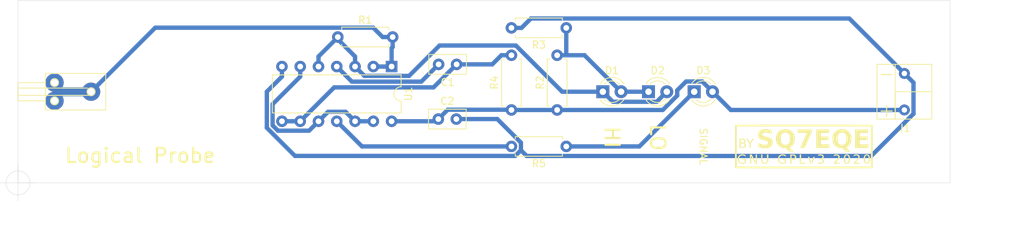
<source format=kicad_pcb>
(kicad_pcb (version 20171130) (host pcbnew 5.1.5-1.fc31)

  (general
    (thickness 1.6)
    (drawings 11)
    (tracks 90)
    (zones 0)
    (modules 14)
    (nets 11)
  )

  (page A4)
  (title_block
    (title "Logical probe PCB")
    (date 2020-01-22)
    (rev 1.0)
    (company "MSc. Paweł Sobótka")
    (comment 1 "GNU GPLv3")
    (comment 2 "by SQ7EQE")
    (comment 3 https://www.allaboutcircuits.com/projects/diy-tools-build-your-own-logic-probe/)
  )

  (layers
    (0 F.Cu jumper)
    (31 B.Cu signal)
    (32 B.Adhes user)
    (33 F.Adhes user)
    (34 B.Paste user)
    (35 F.Paste user)
    (36 B.SilkS user)
    (37 F.SilkS user)
    (38 B.Mask user)
    (39 F.Mask user)
    (40 Dwgs.User user)
    (41 Cmts.User user)
    (42 Eco1.User user)
    (43 Eco2.User user)
    (44 Edge.Cuts user)
    (45 Margin user)
    (46 B.CrtYd user)
    (47 F.CrtYd user)
    (48 B.Fab user)
    (49 F.Fab user)
  )

  (setup
    (last_trace_width 0.6)
    (trace_clearance 0.2)
    (zone_clearance 0.508)
    (zone_45_only no)
    (trace_min 0.2)
    (via_size 0.8)
    (via_drill 0.4)
    (via_min_size 0.4)
    (via_min_drill 0.3)
    (uvia_size 0.3)
    (uvia_drill 0.1)
    (uvias_allowed no)
    (uvia_min_size 0.2)
    (uvia_min_drill 0.1)
    (edge_width 0.05)
    (segment_width 0.2)
    (pcb_text_width 0.3)
    (pcb_text_size 1.5 1.5)
    (mod_edge_width 0.12)
    (mod_text_size 1 1)
    (mod_text_width 0.15)
    (pad_size 1.524 1.524)
    (pad_drill 0.762)
    (pad_to_mask_clearance 0.051)
    (solder_mask_min_width 0.25)
    (aux_axis_origin 66.04 152.4)
    (grid_origin 66.04 152.4)
    (visible_elements FFFFFF7F)
    (pcbplotparams
      (layerselection 0x2d0f0_fffffffe)
      (usegerberextensions false)
      (usegerberattributes true)
      (usegerberadvancedattributes true)
      (creategerberjobfile true)
      (excludeedgelayer true)
      (linewidth 0.150000)
      (plotframeref false)
      (viasonmask false)
      (mode 1)
      (useauxorigin true)
      (hpglpennumber 1)
      (hpglpenspeed 20)
      (hpglpendiameter 15.000000)
      (psnegative false)
      (psa4output false)
      (plotreference true)
      (plotvalue true)
      (plotinvisibletext false)
      (padsonsilk false)
      (subtractmaskfromsilk true)
      (outputformat 1)
      (mirror false)
      (drillshape 0)
      (scaleselection 1)
      (outputdirectory "fab/plot/"))
  )

  (net 0 "")
  (net 1 "Net-(C1-Pad1)")
  (net 2 "Net-(C1-Pad2)")
  (net 3 GND)
  (net 4 VDD)
  (net 5 "Net-(D1-Pad2)")
  (net 6 "Net-(D1-Pad1)")
  (net 7 "Net-(D3-Pad1)")
  (net 8 Signal-in)
  (net 9 "Net-(R5-Pad2)")
  (net 10 "Net-(U1-Pad10)")

  (net_class Default "To jest domyślna klasa połączeń."
    (clearance 0.2)
    (trace_width 0.6)
    (via_dia 0.8)
    (via_drill 0.4)
    (uvia_dia 0.3)
    (uvia_drill 0.1)
    (add_net GND)
    (add_net "Net-(C1-Pad1)")
    (add_net "Net-(C1-Pad2)")
    (add_net "Net-(D1-Pad1)")
    (add_net "Net-(D1-Pad2)")
    (add_net "Net-(D3-Pad1)")
    (add_net "Net-(R5-Pad2)")
    (add_net "Net-(U1-Pad10)")
    (add_net Signal-in)
    (add_net VDD)
  )

  (module logical-probe-1:probe_1mm_pcb (layer F.Cu) (tedit 5E34527E) (tstamp 5E28C2C6)
    (at 76.2 139.7)
    (descr "pcb probe")
    (tags probe)
    (path /5E28C15A)
    (fp_text reference J2 (at -2.54 3.81) (layer F.SilkS) hide
      (effects (font (size 1 1) (thickness 0.15)))
    )
    (fp_text value Probe (at -1.27 -3.81) (layer F.Fab)
      (effects (font (size 1 1) (thickness 0.15)))
    )
    (fp_line (start -6.858 -1.27) (end -6.858 -2.794) (layer B.CrtYd) (width 0.12))
    (fp_line (start -10.16 -1.27) (end -6.858 -1.27) (layer B.CrtYd) (width 0.12))
    (fp_line (start -10.16 1.27) (end -10.16 -1.27) (layer B.CrtYd) (width 0.12))
    (fp_line (start -6.858 1.27) (end -10.16 1.27) (layer B.CrtYd) (width 0.12))
    (fp_line (start -6.858 2.286) (end -6.858 1.27) (layer B.CrtYd) (width 0.12))
    (fp_line (start -6.858 3.048) (end -6.858 2.286) (layer B.CrtYd) (width 0.12))
    (fp_line (start -6.35 3.048) (end -6.858 3.048) (layer B.CrtYd) (width 0.12))
    (fp_line (start 2.54 2.54) (end 2.54 3.048) (layer B.CrtYd) (width 0.12))
    (fp_line (start 2.54 -3.048) (end 2.54 -2.54) (layer B.CrtYd) (width 0.12))
    (fp_line (start -6.858 -3.048) (end -6.858 -2.794) (layer B.CrtYd) (width 0.12))
    (fp_line (start -6.35 -3.048) (end -6.858 -3.048) (layer B.CrtYd) (width 0.12))
    (fp_line (start 2.54 3.048) (end -6.35 3.048) (layer B.CrtYd) (width 0.12))
    (fp_line (start 2.54 -2.54) (end 2.54 2.54) (layer B.CrtYd) (width 0.12))
    (fp_line (start -6.35 -3.048) (end 2.54 -3.048) (layer B.CrtYd) (width 0.12))
    (fp_line (start -10.16 0.508) (end -0.254 0.508) (layer F.SilkS) (width 0.12))
    (fp_line (start -10.16 -0.508) (end -0.508 -0.508) (layer F.SilkS) (width 0.12))
    (fp_circle (center 0 0) (end 0.254 0.508) (layer F.SilkS) (width 0.12))
    (fp_circle (center -5.08 1.27) (end -4.572 1.524) (layer F.SilkS) (width 0.12))
    (fp_circle (center -5.08 -1.27) (end -4.572 -1.016) (layer F.SilkS) (width 0.12))
    (fp_line (start -10.16 1.27) (end -6.35 1.27) (layer F.SilkS) (width 0.12))
    (fp_line (start -10.16 -1.27) (end -10.16 1.27) (layer F.SilkS) (width 0.12))
    (fp_line (start -6.35 -1.27) (end -10.16 -1.27) (layer F.SilkS) (width 0.12))
    (fp_line (start -6.35 2.54) (end -6.35 -2.54) (layer F.SilkS) (width 0.12))
    (fp_line (start 2.032 2.54) (end -6.35 2.54) (layer F.SilkS) (width 0.12))
    (fp_line (start 2.032 -2.54) (end 2.032 2.54) (layer F.SilkS) (width 0.12))
    (fp_line (start -6.35 -2.54) (end 2.032 -2.54) (layer F.SilkS) (width 0.12))
    (fp_text user %R (at -2.54 0) (layer F.Fab) hide
      (effects (font (size 1 1) (thickness 0.15)))
    )
    (pad 1 thru_hole circle (at -5.08 1.27) (size 2.54 2.54) (drill 1) (layers B.Cu B.Mask)
      (net 8 Signal-in) (zone_connect 2))
    (pad 1 thru_hole circle (at -5.08 -1.27) (size 2.54 2.54) (drill 1) (layers B.Cu B.Mask)
      (net 8 Signal-in) (zone_connect 2))
    (pad 1 thru_hole circle (at 0 0) (size 2.54 2.54) (drill 1) (layers B.Cu B.Mask)
      (net 8 Signal-in) (zone_connect 2))
    (model ${KIPRJMOD}/package3d/probe.step
      (at (xyz 0 0 0))
      (scale (xyz 1 1 1))
      (rotate (xyz 0 0 0))
    )
  )

  (module logical-probe-1:logo_2020 locked (layer F.Cu) (tedit 0) (tstamp 5E28CF9C)
    (at 175.26 147.32)
    (fp_text reference G*** (at 0 0) (layer F.SilkS) hide
      (effects (font (size 1.524 1.524) (thickness 0.3)))
    )
    (fp_text value LOGO (at 0.75 0) (layer F.SilkS) hide
      (effects (font (size 1.524 1.524) (thickness 0.3)))
    )
    (fp_poly (pts (xy 0.760108 -3.026824) (xy 1.47902 -3.026794) (xy 2.157872 -3.026739) (xy 2.7978 -3.026654)
      (xy 3.399943 -3.026537) (xy 3.965436 -3.026382) (xy 4.495416 -3.026187) (xy 4.991019 -3.025947)
      (xy 5.453384 -3.025658) (xy 5.883646 -3.025316) (xy 6.282942 -3.024917) (xy 6.652409 -3.024457)
      (xy 6.993184 -3.023933) (xy 7.306403 -3.02334) (xy 7.593204 -3.022675) (xy 7.854722 -3.021933)
      (xy 8.092095 -3.02111) (xy 8.306459 -3.020203) (xy 8.498951 -3.019207) (xy 8.670709 -3.018118)
      (xy 8.822868 -3.016934) (xy 8.956565 -3.015648) (xy 9.072938 -3.014259) (xy 9.173123 -3.012761)
      (xy 9.258256 -3.011151) (xy 9.329474 -3.009424) (xy 9.387915 -3.007577) (xy 9.434715 -3.005606)
      (xy 9.47101 -3.003507) (xy 9.497938 -3.001276) (xy 9.516635 -2.998908) (xy 9.528238 -2.996401)
      (xy 9.533883 -2.993749) (xy 9.534071 -2.993572) (xy 9.538735 -2.985908) (xy 9.542946 -2.971348)
      (xy 9.546728 -2.947848) (xy 9.550103 -2.913362) (xy 9.553094 -2.865845) (xy 9.555724 -2.803254)
      (xy 9.558015 -2.723543) (xy 9.55999 -2.624667) (xy 9.561671 -2.504583) (xy 9.563082 -2.361245)
      (xy 9.564244 -2.192609) (xy 9.56518 -1.996629) (xy 9.565914 -1.771262) (xy 9.566467 -1.514463)
      (xy 9.566863 -1.224187) (xy 9.567123 -0.898389) (xy 9.567271 -0.535024) (xy 9.56733 -0.132049)
      (xy 9.567333 0.010583) (xy 9.5673 0.427136) (xy 9.567184 0.803401) (xy 9.566963 1.141422)
      (xy 9.566615 1.443243) (xy 9.566116 1.71091) (xy 9.565445 1.946467) (xy 9.564578 2.151958)
      (xy 9.563493 2.32943) (xy 9.562167 2.480925) (xy 9.560578 2.608489) (xy 9.558703 2.714166)
      (xy 9.55652 2.800001) (xy 9.554005 2.86804) (xy 9.551136 2.920325) (xy 9.54789 2.958903)
      (xy 9.544246 2.985818) (xy 9.540179 3.003114) (xy 9.535668 3.012836) (xy 9.534071 3.014738)
      (xy 9.528774 3.017399) (xy 9.517593 3.019916) (xy 9.499392 3.022292) (xy 9.473035 3.024532)
      (xy 9.437383 3.02664) (xy 9.391301 3.028619) (xy 9.333653 3.030474) (xy 9.2633 3.032208)
      (xy 9.179106 3.033826) (xy 9.079935 3.035331) (xy 8.96465 3.036728) (xy 8.832115 3.038019)
      (xy 8.681191 3.039211) (xy 8.510743 3.040305) (xy 8.319634 3.041307) (xy 8.106727 3.04222)
      (xy 7.870886 3.043048) (xy 7.610973 3.043795) (xy 7.325852 3.044466) (xy 7.014386 3.045063)
      (xy 6.675438 3.045592) (xy 6.307872 3.046055) (xy 5.910551 3.046458) (xy 5.482338 3.046803)
      (xy 5.022097 3.047096) (xy 4.52869 3.047339) (xy 4.00098 3.047537) (xy 3.437832 3.047694)
      (xy 2.838109 3.047814) (xy 2.200673 3.0479) (xy 1.524388 3.047957) (xy 0.808116 3.047989)
      (xy 0.050723 3.048) (xy 0 3.048) (xy -0.760108 3.047991) (xy -1.47902 3.04796)
      (xy -2.157872 3.047905) (xy -2.797801 3.04782) (xy -3.399943 3.047703) (xy -3.965436 3.047549)
      (xy -4.495416 3.047353) (xy -4.99102 3.047113) (xy -5.453384 3.046824) (xy -5.883646 3.046482)
      (xy -6.282943 3.046083) (xy -6.65241 3.045624) (xy -6.993184 3.0451) (xy -7.306404 3.044507)
      (xy -7.593204 3.043841) (xy -7.854722 3.043099) (xy -8.092095 3.042276) (xy -8.306459 3.041369)
      (xy -8.498952 3.040373) (xy -8.670709 3.039285) (xy -8.822868 3.0381) (xy -8.956566 3.036815)
      (xy -9.072938 3.035425) (xy -9.173123 3.033927) (xy -9.258256 3.032317) (xy -9.329475 3.03059)
      (xy -9.387916 3.028744) (xy -9.434715 3.026773) (xy -9.471011 3.024673) (xy -9.497938 3.022442)
      (xy -9.516635 3.020075) (xy -9.528238 3.017567) (xy -9.533884 3.014916) (xy -9.534072 3.014738)
      (xy -9.538735 3.007074) (xy -9.542946 2.992515) (xy -9.546728 2.969014) (xy -9.550104 2.934528)
      (xy -9.553095 2.887011) (xy -9.555724 2.82442) (xy -9.558015 2.744709) (xy -9.55999 2.645834)
      (xy -9.561672 2.525749) (xy -9.563082 2.382411) (xy -9.564244 2.213775) (xy -9.565181 2.017796)
      (xy -9.565914 1.792429) (xy -9.566468 1.535629) (xy -9.566832 1.2681) (xy -9.330726 1.2681)
      (xy -9.330668 1.546409) (xy -9.330457 1.803158) (xy -9.330098 2.03584) (xy -9.329596 2.241946)
      (xy -9.328954 2.418971) (xy -9.328177 2.564405) (xy -9.327268 2.675742) (xy -9.326233 2.750475)
      (xy -9.325075 2.786094) (xy -9.324723 2.788732) (xy -9.316591 2.790927) (xy -9.293247 2.792997)
      (xy -9.253689 2.794942) (xy -9.196917 2.796765) (xy -9.121929 2.79847) (xy -9.027725 2.800057)
      (xy -8.913303 2.801529) (xy -8.777662 2.802889) (xy -8.6198 2.804138) (xy -8.438718 2.805279)
      (xy -8.233413 2.806315) (xy -8.002885 2.807247) (xy -7.746132 2.808078) (xy -7.462154 2.80881)
      (xy -7.149948 2.809445) (xy -6.808515 2.809986) (xy -6.436853 2.810434) (xy -6.03396 2.810793)
      (xy -5.598836 2.811065) (xy -5.130479 2.811251) (xy -4.627889 2.811353) (xy -4.090063 2.811376)
      (xy -3.516002 2.811319) (xy -2.904704 2.811187) (xy -2.255168 2.81098) (xy -1.566392 2.810702)
      (xy -0.837376 2.810354) (xy -0.067119 2.809939) (xy 0.004636 2.809899) (xy 9.323917 2.804583)
      (xy 9.323917 -2.783417) (xy -9.323917 -2.783417) (xy -9.32936 -0.010583) (xy -9.32995 0.328889)
      (xy -9.330372 0.656833) (xy -9.330629 0.970739) (xy -9.330726 1.2681) (xy -9.566832 1.2681)
      (xy -9.566863 1.245353) (xy -9.567124 0.919555) (xy -9.567272 0.556191) (xy -9.56733 0.153215)
      (xy -9.567333 0.010583) (xy -9.5673 -0.40597) (xy -9.567184 -0.782235) (xy -9.566963 -1.120255)
      (xy -9.566615 -1.422077) (xy -9.566116 -1.689744) (xy -9.565445 -1.925301) (xy -9.564578 -2.130792)
      (xy -9.563493 -2.308263) (xy -9.562168 -2.459758) (xy -9.560579 -2.587322) (xy -9.558704 -2.693)
      (xy -9.55652 -2.778835) (xy -9.554005 -2.846873) (xy -9.551136 -2.899159) (xy -9.547891 -2.937737)
      (xy -9.544246 -2.964652) (xy -9.540179 -2.981948) (xy -9.535668 -2.99167) (xy -9.534072 -2.993572)
      (xy -9.528774 -2.996233) (xy -9.517594 -2.998749) (xy -9.499393 -3.001126) (xy -9.473035 -3.003366)
      (xy -9.437384 -3.005474) (xy -9.391302 -3.007453) (xy -9.333653 -3.009308) (xy -9.2633 -3.011042)
      (xy -9.179107 -3.01266) (xy -9.079936 -3.014165) (xy -8.964651 -3.015561) (xy -8.832115 -3.016853)
      (xy -8.681191 -3.018044) (xy -8.510744 -3.019139) (xy -8.319635 -3.02014) (xy -8.106728 -3.021053)
      (xy -7.870886 -3.021882) (xy -7.610973 -3.022629) (xy -7.325852 -3.023299) (xy -7.014386 -3.023897)
      (xy -6.675439 -3.024425) (xy -6.307873 -3.024889) (xy -5.910551 -3.025292) (xy -5.482338 -3.025637)
      (xy -5.022097 -3.025929) (xy -4.52869 -3.026173) (xy -4.000981 -3.026371) (xy -3.437833 -3.026528)
      (xy -2.838109 -3.026648) (xy -2.200673 -3.026734) (xy -1.524388 -3.026791) (xy -0.808117 -3.026823)
      (xy -0.050723 -3.026833) (xy 0 -3.026834) (xy 0.760108 -3.026824)) (layer F.SilkS) (width 0.01))
    (fp_poly (pts (xy -8.397269 1.116773) (xy -8.278857 1.141839) (xy -8.217958 1.163254) (xy -8.155264 1.19213)
      (xy -8.122126 1.216377) (xy -8.109124 1.247884) (xy -8.106836 1.298538) (xy -8.106833 1.303482)
      (xy -8.106833 1.395251) (xy -8.213264 1.329091) (xy -8.27873 1.292671) (xy -8.340934 1.270716)
      (xy -8.416834 1.258507) (xy -8.485651 1.253323) (xy -8.645329 1.256989) (xy -8.774179 1.289084)
      (xy -8.873407 1.35077) (xy -8.944216 1.443214) (xy -8.987809 1.567579) (xy -9.005393 1.72503)
      (xy -9.005887 1.75648) (xy -8.991564 1.921573) (xy -8.947958 2.056755) (xy -8.875914 2.16119)
      (xy -8.776272 2.234044) (xy -8.649877 2.274482) (xy -8.49757 2.281668) (xy -8.47725 2.280228)
      (xy -8.397329 2.269903) (xy -8.326085 2.254433) (xy -8.292042 2.24272) (xy -8.262862 2.226945)
      (xy -8.245535 2.20635) (xy -8.236978 2.170713) (xy -8.234109 2.109816) (xy -8.233833 2.049769)
      (xy -8.233833 1.883833) (xy -8.530167 1.883833) (xy -8.530167 1.735667) (xy -8.0645 1.735667)
      (xy -8.0645 2.288224) (xy -8.197584 2.350502) (xy -8.352126 2.403231) (xy -8.518958 2.426391)
      (xy -8.682733 2.418588) (xy -8.761809 2.401769) (xy -8.902928 2.341568) (xy -9.020497 2.249393)
      (xy -9.109351 2.130622) (xy -9.164326 1.990632) (xy -9.166789 1.980104) (xy -9.177877 1.902484)
      (xy -9.183647 1.802453) (xy -9.183035 1.699717) (xy -9.182514 1.688751) (xy -9.174704 1.588613)
      (xy -9.160989 1.514375) (xy -9.137271 1.449641) (xy -9.109151 1.395126) (xy -9.022937 1.280962)
      (xy -8.908358 1.188161) (xy -8.77771 1.126301) (xy -8.755747 1.11981) (xy -8.6527 1.104386)
      (xy -8.527545 1.103831) (xy -8.397269 1.116773)) (layer F.SilkS) (width 0.01))
    (fp_poly (pts (xy -5.757211 1.508125) (xy -5.755856 1.693316) (xy -5.751408 1.841417) (xy -5.743093 1.957607)
      (xy -5.730139 2.047063) (xy -5.711774 2.114966) (xy -5.687225 2.166495) (xy -5.65572 2.206828)
      (xy -5.652513 2.21009) (xy -5.60985 2.246726) (xy -5.564393 2.26737) (xy -5.500345 2.277718)
      (xy -5.456345 2.280814) (xy -5.371167 2.282008) (xy -5.310881 2.271981) (xy -5.258857 2.247746)
      (xy -5.253351 2.244352) (xy -5.213936 2.216447) (xy -5.183258 2.184509) (xy -5.160241 2.143141)
      (xy -5.143806 2.086943) (xy -5.132877 2.010518) (xy -5.126374 1.908468) (xy -5.123221 1.775395)
      (xy -5.122338 1.6059) (xy -5.122333 1.58818) (xy -5.122333 1.121833) (xy -4.927813 1.121833)
      (xy -4.935961 1.603375) (xy -4.939679 1.778003) (xy -4.944902 1.916108) (xy -4.952628 2.023496)
      (xy -4.963854 2.105975) (xy -4.979577 2.169351) (xy -5.000795 2.219432) (xy -5.028505 2.262024)
      (xy -5.054349 2.292769) (xy -5.131877 2.351676) (xy -5.23779 2.395456) (xy -5.360025 2.421468)
      (xy -5.486517 2.427067) (xy -5.597223 2.411683) (xy -5.712857 2.361872) (xy -5.810848 2.278166)
      (xy -5.868577 2.194815) (xy -5.883787 2.164006) (xy -5.895482 2.131837) (xy -5.904229 2.092254)
      (xy -5.910596 2.039203) (xy -5.915151 1.966627) (xy -5.91846 1.868473) (xy -5.921091 1.738684)
      (xy -5.923003 1.613958) (xy -5.930077 1.121833) (xy -5.757333 1.121833) (xy -5.757211 1.508125)) (layer F.SilkS) (width 0.01))
    (fp_poly (pts (xy -2.767431 1.117574) (xy -2.644805 1.151191) (xy -2.612398 1.165474) (xy -2.55187 1.197961)
      (xy -2.519891 1.226594) (xy -2.506194 1.264424) (xy -2.501788 1.306083) (xy -2.495326 1.395083)
      (xy -2.635618 1.321958) (xy -2.717737 1.282115) (xy -2.784419 1.259974) (xy -2.855973 1.250556)
      (xy -2.933801 1.248833) (xy -3.05893 1.255516) (xy -3.154466 1.278276) (xy -3.231407 1.321179)
      (xy -3.295885 1.382685) (xy -3.354646 1.467549) (xy -3.390379 1.566614) (xy -3.40623 1.690286)
      (xy -3.407715 1.752752) (xy -3.398312 1.90386) (xy -3.368315 2.0241) (xy -3.315491 2.120748)
      (xy -3.283013 2.159181) (xy -3.193429 2.229517) (xy -3.083932 2.270409) (xy -2.948772 2.283586)
      (xy -2.877865 2.280921) (xy -2.776209 2.271376) (xy -2.709546 2.255134) (xy -2.670537 2.224968)
      (xy -2.651844 2.173652) (xy -2.646129 2.09396) (xy -2.645833 2.052422) (xy -2.645833 1.883833)
      (xy -2.921 1.883833) (xy -2.921 1.735667) (xy -2.4765 1.735667) (xy -2.4765 2.010345)
      (xy -2.476886 2.123048) (xy -2.478839 2.201018) (xy -2.483548 2.251853) (xy -2.492205 2.283152)
      (xy -2.506001 2.302513) (xy -2.524472 2.316456) (xy -2.631812 2.368336) (xy -2.764993 2.405046)
      (xy -2.90953 2.424298) (xy -3.050937 2.423804) (xy -3.131716 2.412363) (xy -3.274355 2.361918)
      (xy -3.395074 2.277277) (xy -3.490068 2.162503) (xy -3.555535 2.02166) (xy -3.57725 1.936307)
      (xy -3.594642 1.757538) (xy -3.57891 1.591694) (xy -3.532209 1.443188) (xy -3.456697 1.316434)
      (xy -3.354528 1.215845) (xy -3.227859 1.145836) (xy -3.183853 1.131003) (xy -3.052387 1.106549)
      (xy -2.908435 1.102383) (xy -2.767431 1.117574)) (layer F.SilkS) (width 0.01))
    (fp_poly (pts (xy 2.502142 1.119574) (xy 2.581901 1.148292) (xy 2.67826 1.213265) (xy 2.737883 1.293582)
      (xy 2.765397 1.395568) (xy 2.765862 1.399873) (xy 2.757843 1.506168) (xy 2.713988 1.598206)
      (xy 2.638827 1.667085) (xy 2.626313 1.67424) (xy 2.557147 1.711334) (xy 2.620135 1.743907)
      (xy 2.675868 1.782328) (xy 2.732024 1.835011) (xy 2.740714 1.844921) (xy 2.772062 1.886625)
      (xy 2.788313 1.926472) (xy 2.793076 1.979535) (xy 2.790441 2.05253) (xy 2.77256 2.172613)
      (xy 2.731096 2.262851) (xy 2.660965 2.331475) (xy 2.594409 2.369944) (xy 2.51915 2.395703)
      (xy 2.420731 2.415412) (xy 2.316067 2.427006) (xy 2.222076 2.428422) (xy 2.169583 2.421763)
      (xy 2.071863 2.398139) (xy 2.008003 2.380313) (xy 1.970811 2.363746) (xy 1.953095 2.343897)
      (xy 1.947663 2.316229) (xy 1.947333 2.281485) (xy 1.951957 2.225574) (xy 1.966728 2.207368)
      (xy 1.973792 2.208889) (xy 2.112111 2.254917) (xy 2.245687 2.27737) (xy 2.367969 2.276874)
      (xy 2.47241 2.254056) (xy 2.552461 2.209544) (xy 2.599379 2.149008) (xy 2.62595 2.048735)
      (xy 2.611075 1.956503) (xy 2.554934 1.873389) (xy 2.5527 1.871133) (xy 2.512066 1.833306)
      (xy 2.475752 1.811751) (xy 2.429701 1.801917) (xy 2.359852 1.79925) (xy 2.33045 1.799167)
      (xy 2.180167 1.799167) (xy 2.180167 1.656688) (xy 2.332541 1.645786) (xy 2.414948 1.638143)
      (xy 2.468351 1.626474) (xy 2.506074 1.605918) (xy 2.541437 1.571611) (xy 2.544208 1.568524)
      (xy 2.590323 1.502568) (xy 2.601395 1.438703) (xy 2.583243 1.367642) (xy 2.541141 1.306486)
      (xy 2.46884 1.268692) (xy 2.363944 1.253416) (xy 2.26634 1.255928) (xy 2.179564 1.263744)
      (xy 2.102191 1.272915) (xy 2.050106 1.281542) (xy 2.047875 1.282063) (xy 2.008786 1.288035)
      (xy 1.992799 1.27297) (xy 1.989669 1.226503) (xy 1.989667 1.223186) (xy 1.992225 1.179958)
      (xy 2.006899 1.154957) (xy 2.044184 1.138637) (xy 2.097115 1.125469) (xy 2.239973 1.103352)
      (xy 2.379033 1.101578) (xy 2.502142 1.119574)) (layer F.SilkS) (width 0.01))
    (fp_poly (pts (xy 6.10837 1.119752) (xy 6.217967 1.175801) (xy 6.306171 1.267003) (xy 6.370782 1.391546)
      (xy 6.384939 1.434136) (xy 6.409031 1.55316) (xy 6.420756 1.695332) (xy 6.420189 1.844794)
      (xy 6.4074 1.985691) (xy 6.382462 2.102166) (xy 6.38188 2.104011) (xy 6.322751 2.233032)
      (xy 6.239495 2.332302) (xy 6.137049 2.398904) (xy 6.020348 2.429919) (xy 5.894331 2.422428)
      (xy 5.85875 2.413245) (xy 5.753245 2.360496) (xy 5.666561 2.270944) (xy 5.617004 2.187034)
      (xy 5.59042 2.127631) (xy 5.572492 2.070902) (xy 5.560999 2.004982) (xy 5.553721 1.918008)
      (xy 5.551566 1.871389) (xy 5.718502 1.871389) (xy 5.734815 2.013952) (xy 5.769288 2.124639)
      (xy 5.822677 2.206973) (xy 5.831748 2.216482) (xy 5.911413 2.270441) (xy 6.000576 2.288504)
      (xy 6.088247 2.268698) (xy 6.097322 2.264125) (xy 6.154984 2.212154) (xy 6.197623 2.125083)
      (xy 6.225791 2.00124) (xy 6.240043 1.838955) (xy 6.240309 1.832229) (xy 6.239465 1.641468)
      (xy 6.220731 1.488303) (xy 6.183767 1.371808) (xy 6.128238 1.291056) (xy 6.053803 1.245121)
      (xy 6.023212 1.237096) (xy 5.930328 1.237732) (xy 5.853586 1.276982) (xy 5.793458 1.354136)
      (xy 5.75042 1.468479) (xy 5.724946 1.619301) (xy 5.719594 1.693427) (xy 5.718502 1.871389)
      (xy 5.551566 1.871389) (xy 5.549475 1.826164) (xy 5.552709 1.618696) (xy 5.579554 1.445858)
      (xy 5.629918 1.307805) (xy 5.703712 1.20469) (xy 5.800843 1.136666) (xy 5.921221 1.103887)
      (xy 5.979583 1.100667) (xy 6.10837 1.119752)) (layer F.SilkS) (width 0.01))
    (fp_poly (pts (xy 8.881201 1.119753) (xy 8.99083 1.175852) (xy 9.079183 1.267221) (xy 9.14414 1.39212)
      (xy 9.158231 1.434136) (xy 9.18159 1.548656) (xy 9.193498 1.687845) (xy 9.193953 1.835651)
      (xy 9.182953 1.976026) (xy 9.160496 2.09292) (xy 9.158316 2.100403) (xy 9.101628 2.227639)
      (xy 9.019443 2.326934) (xy 8.91733 2.394978) (xy 8.800863 2.428463) (xy 8.675612 2.42408)
      (xy 8.631584 2.413245) (xy 8.526988 2.361152) (xy 8.440675 2.272609) (xy 8.388598 2.184947)
      (xy 8.364827 2.13426) (xy 8.348398 2.089483) (xy 8.337959 2.04114) (xy 8.332161 1.979759)
      (xy 8.329653 1.895864) (xy 8.329085 1.779982) (xy 8.329083 1.767417) (xy 8.329142 1.756833)
      (xy 8.498456 1.756833) (xy 8.501123 1.892124) (xy 8.5087 2.002207) (xy 8.520608 2.079983)
      (xy 8.526327 2.100099) (xy 8.57464 2.188519) (xy 8.642659 2.250366) (xy 8.721981 2.282949)
      (xy 8.804202 2.283577) (xy 8.88092 2.249562) (xy 8.910589 2.223118) (xy 8.956778 2.157909)
      (xy 8.988823 2.073053) (xy 9.008221 1.962052) (xy 9.016469 1.818409) (xy 9.017 1.761408)
      (xy 9.008431 1.583464) (xy 8.982405 1.443169) (xy 8.938441 1.33939) (xy 8.876056 1.270998)
      (xy 8.794771 1.236859) (xy 8.793936 1.236701) (xy 8.704544 1.239736) (xy 8.625468 1.28196)
      (xy 8.56105 1.360654) (xy 8.544187 1.393211) (xy 8.524288 1.442098) (xy 8.511036 1.493165)
      (xy 8.50316 1.556508) (xy 8.49939 1.642225) (xy 8.498456 1.756833) (xy 8.329142 1.756833)
      (xy 8.329772 1.64536) (xy 8.332588 1.556326) (xy 8.338657 1.491017) (xy 8.349105 1.440133)
      (xy 8.365059 1.394377) (xy 8.377742 1.365514) (xy 8.446531 1.24561) (xy 8.527049 1.163914)
      (xy 8.624394 1.116821) (xy 8.743666 1.100726) (xy 8.752417 1.100667) (xy 8.881201 1.119753)) (layer F.SilkS) (width 0.01))
    (fp_poly (pts (xy -6.519333 2.413) (xy -6.745813 2.413) (xy -7.016297 1.899708) (xy -7.088045 1.764079)
      (xy -7.153986 1.640427) (xy -7.211381 1.533805) (xy -7.257496 1.449266) (xy -7.289592 1.391863)
      (xy -7.304934 1.366646) (xy -7.305224 1.366308) (xy -7.310465 1.380684) (xy -7.315061 1.432681)
      (xy -7.318843 1.517586) (xy -7.321643 1.630691) (xy -7.32329 1.767284) (xy -7.323667 1.8796)
      (xy -7.323667 2.413) (xy -7.394222 2.413) (xy -7.446523 2.409127) (xy -7.477933 2.399722)
      (xy -7.478889 2.398889) (xy -7.482442 2.374935) (xy -7.485667 2.313992) (xy -7.488447 2.221405)
      (xy -7.490665 2.102515) (xy -7.492205 1.962669) (xy -7.492949 1.807209) (xy -7.493 1.753305)
      (xy -7.493 1.121833) (xy -7.371292 1.122154) (xy -7.249583 1.122475) (xy -6.974417 1.645114)
      (xy -6.69925 2.167754) (xy -6.693589 1.644793) (xy -6.687927 1.121833) (xy -6.519333 1.121833)
      (xy -6.519333 2.413)) (layer F.SilkS) (width 0.01))
    (fp_poly (pts (xy -1.592792 1.125095) (xy -1.473509 1.128715) (xy -1.387849 1.133488) (xy -1.327101 1.140773)
      (xy -1.282555 1.151931) (xy -1.245501 1.168321) (xy -1.219876 1.183313) (xy -1.139389 1.256301)
      (xy -1.086779 1.351615) (xy -1.062053 1.459865) (xy -1.065216 1.571662) (xy -1.096275 1.677619)
      (xy -1.155236 1.768346) (xy -1.219459 1.821801) (xy -1.2668 1.846762) (xy -1.319364 1.863125)
      (xy -1.38884 1.873269) (xy -1.486919 1.879573) (xy -1.507709 1.880451) (xy -1.7145 1.888757)
      (xy -1.7145 2.413) (xy -1.883833 2.413) (xy -1.883833 1.27) (xy -1.7145 1.27)
      (xy -1.7145 1.735667) (xy -1.543539 1.735667) (xy -1.456992 1.734598) (xy -1.400693 1.729256)
      (xy -1.362571 1.71643) (xy -1.330554 1.692915) (xy -1.310705 1.673795) (xy -1.272079 1.627843)
      (xy -1.253754 1.579457) (xy -1.248852 1.509632) (xy -1.248833 1.502833) (xy -1.252988 1.430574)
      (xy -1.270038 1.381214) (xy -1.306859 1.33575) (xy -1.310705 1.331872) (xy -1.344592 1.300936)
      (xy -1.377796 1.282495) (xy -1.422389 1.27334) (xy -1.490444 1.270263) (xy -1.543539 1.27)
      (xy -1.7145 1.27) (xy -1.883833 1.27) (xy -1.883833 1.117774) (xy -1.592792 1.125095)) (layer F.SilkS) (width 0.01))
    (fp_poly (pts (xy -0.381 2.264833) (xy 0.232833 2.264833) (xy 0.232833 2.413) (xy -0.155222 2.413)
      (xy -0.279324 2.412264) (xy -0.388551 2.410221) (xy -0.475961 2.407113) (xy -0.534611 2.403183)
      (xy -0.557389 2.398889) (xy -0.560942 2.374935) (xy -0.564167 2.313992) (xy -0.566947 2.221405)
      (xy -0.569165 2.102515) (xy -0.570705 1.962669) (xy -0.571449 1.807209) (xy -0.5715 1.753305)
      (xy -0.5715 1.121833) (xy -0.381 1.121833) (xy -0.381 2.264833)) (layer F.SilkS) (width 0.01))
    (fp_poly (pts (xy 0.8787 1.830917) (xy 0.923297 1.9509) (xy 0.963547 2.056005) (xy 0.997049 2.14022)
      (xy 1.021402 2.197532) (xy 1.034207 2.221928) (xy 1.03499 2.222377) (xy 1.046828 2.203678)
      (xy 1.069384 2.152972) (xy 1.099326 2.078185) (xy 1.13057 1.994835) (xy 1.171989 1.881676)
      (xy 1.215956 1.762493) (xy 1.255952 1.654921) (xy 1.275297 1.603375) (xy 1.337206 1.439333)
      (xy 1.422284 1.439333) (xy 1.475872 1.44198) (xy 1.496246 1.453059) (xy 1.492725 1.476375)
      (xy 1.481094 1.506744) (xy 1.457044 1.570216) (xy 1.42304 1.660261) (xy 1.381546 1.77035)
      (xy 1.335028 1.893956) (xy 1.322917 1.926167) (xy 1.275528 2.052128) (xy 1.232549 2.166205)
      (xy 1.196444 2.261867) (xy 1.169677 2.332585) (xy 1.154714 2.371832) (xy 1.153108 2.375958)
      (xy 1.132201 2.399768) (xy 1.087269 2.410958) (xy 1.034238 2.413) (xy 0.964302 2.407705)
      (xy 0.925195 2.393098) (xy 0.920452 2.386542) (xy 0.910533 2.359808) (xy 0.887986 2.299433)
      (xy 0.855054 2.211409) (xy 0.81398 2.10173) (xy 0.767007 1.976389) (xy 0.7412 1.907561)
      (xy 0.692687 1.777868) (xy 0.649581 1.662) (xy 0.613976 1.565637) (xy 0.587965 1.494456)
      (xy 0.57364 1.454135) (xy 0.5715 1.447186) (xy 0.59026 1.442197) (xy 0.636938 1.439493)
      (xy 0.653335 1.439333) (xy 0.735169 1.439333) (xy 0.8787 1.830917)) (layer F.SilkS) (width 0.01))
    (fp_poly (pts (xy 4.711899 1.128894) (xy 4.816306 1.17747) (xy 4.897149 1.247101) (xy 4.950473 1.334774)
      (xy 4.972325 1.437473) (xy 4.958749 1.552185) (xy 4.932545 1.624225) (xy 4.904682 1.66928)
      (xy 4.853125 1.737639) (xy 4.783649 1.822214) (xy 4.70203 1.915919) (xy 4.634993 1.98935)
      (xy 4.378133 2.264833) (xy 4.974167 2.264833) (xy 4.974167 2.413) (xy 4.169833 2.413)
      (xy 4.169833 2.337084) (xy 4.172313 2.307682) (xy 4.182349 2.277459) (xy 4.203838 2.241249)
      (xy 4.240678 2.193889) (xy 4.296765 2.130216) (xy 4.375996 2.045064) (xy 4.445366 1.971959)
      (xy 4.565585 1.843425) (xy 4.657365 1.738976) (xy 4.723477 1.654098) (xy 4.766695 1.584277)
      (xy 4.789791 1.524999) (xy 4.795538 1.471749) (xy 4.786708 1.420014) (xy 4.785948 1.417436)
      (xy 4.755577 1.352019) (xy 4.71298 1.298064) (xy 4.706219 1.292302) (xy 4.633137 1.258957)
      (xy 4.534712 1.248515) (xy 4.421078 1.260782) (xy 4.302368 1.29556) (xy 4.290418 1.300346)
      (xy 4.167585 1.350854) (xy 4.174001 1.26344) (xy 4.179593 1.213611) (xy 4.193967 1.18364)
      (xy 4.227442 1.163127) (xy 4.290337 1.141671) (xy 4.296833 1.139639) (xy 4.448208 1.106964)
      (xy 4.587881 1.104387) (xy 4.711899 1.128894)) (layer F.SilkS) (width 0.01))
    (fp_poly (pts (xy 7.456242 1.116964) (xy 7.568961 1.157512) (xy 7.654659 1.226954) (xy 7.7056 1.30358)
      (xy 7.736926 1.383663) (xy 7.746261 1.463304) (xy 7.731677 1.546839) (xy 7.691246 1.638609)
      (xy 7.62304 1.742952) (xy 7.525131 1.864205) (xy 7.395591 2.006707) (xy 7.39094 2.011627)
      (xy 7.151296 2.264833) (xy 7.747 2.264833) (xy 7.747 2.413) (xy 6.942667 2.413)
      (xy 6.942667 2.336972) (xy 6.945122 2.307523) (xy 6.9551 2.277364) (xy 6.976516 2.241319)
      (xy 7.013289 2.194214) (xy 7.069334 2.130873) (xy 7.148569 2.046121) (xy 7.217604 1.973713)
      (xy 7.308376 1.876442) (xy 7.391594 1.782734) (xy 7.461537 1.699379) (xy 7.512488 1.633171)
      (xy 7.537329 1.593961) (xy 7.569561 1.49157) (xy 7.561305 1.401352) (xy 7.512586 1.323477)
      (xy 7.490656 1.303026) (xy 7.40976 1.261276) (xy 7.304709 1.247651) (xy 7.183032 1.262196)
      (xy 7.063251 1.300346) (xy 6.940419 1.350854) (xy 6.946834 1.26344) (xy 6.952426 1.213611)
      (xy 6.9668 1.18364) (xy 7.000275 1.163127) (xy 7.06317 1.141671) (xy 7.069667 1.139639)
      (xy 7.161091 1.118559) (xy 7.263658 1.105585) (xy 7.313083 1.10357) (xy 7.456242 1.116964)) (layer F.SilkS) (width 0.01))
    (fp_poly (pts (xy -2.340001 -2.389686) (xy -2.138904 -2.357134) (xy -1.961872 -2.299936) (xy -1.802314 -2.215833)
      (xy -1.653643 -2.102568) (xy -1.622848 -2.074548) (xy -1.482148 -1.914577) (xy -1.374863 -1.729066)
      (xy -1.300924 -1.51782) (xy -1.260265 -1.280641) (xy -1.252817 -1.017331) (xy -1.253615 -0.996071)
      (xy -1.261169 -0.868896) (xy -1.273463 -0.767854) (xy -1.29326 -0.676791) (xy -1.323323 -0.579553)
      (xy -1.326413 -0.570565) (xy -1.416345 -0.364712) (xy -1.533426 -0.185336) (xy -1.674536 -0.036324)
      (xy -1.836556 0.078438) (xy -1.856062 0.089091) (xy -1.909042 0.120225) (xy -1.941973 0.145407)
      (xy -1.947333 0.153708) (xy -1.933873 0.174384) (xy -1.896862 0.22026) (xy -1.841359 0.285328)
      (xy -1.772422 0.363585) (xy -1.742286 0.397161) (xy -1.665214 0.482649) (xy -1.595109 0.560537)
      (xy -1.538427 0.62364) (xy -1.501627 0.664776) (xy -1.49518 0.672042) (xy -1.453121 0.719667)
      (xy -2.084917 0.719583) (xy -2.289955 0.490072) (xy -2.494993 0.26056) (xy -2.692122 0.246917)
      (xy -2.921709 0.218048) (xy -3.121611 0.163892) (xy -3.297814 0.081962) (xy -3.456305 -0.030231)
      (xy -3.536512 -0.104155) (xy -3.662341 -0.251202) (xy -3.758284 -0.413135) (xy -3.826706 -0.59583)
      (xy -3.869976 -0.805165) (xy -3.886756 -0.973667) (xy -3.886233 -1.0795) (xy -3.184941 -1.0795)
      (xy -3.182925 -0.917239) (xy -3.174964 -0.788805) (xy -3.159254 -0.685898) (xy -3.133993 -0.600215)
      (xy -3.097378 -0.523455) (xy -3.047699 -0.447444) (xy -2.948809 -0.345359) (xy -2.825895 -0.273191)
      (xy -2.686366 -0.232498) (xy -2.537633 -0.224842) (xy -2.387105 -0.251782) (xy -2.292263 -0.288368)
      (xy -2.218577 -0.330839) (xy -2.152062 -0.38135) (xy -2.124839 -0.40854) (xy -2.042727 -0.534658)
      (xy -1.983053 -0.686765) (xy -1.945699 -0.856656) (xy -1.930546 -1.036124) (xy -1.937476 -1.216963)
      (xy -1.966369 -1.390969) (xy -2.017107 -1.549935) (xy -2.089572 -1.685656) (xy -2.144271 -1.753397)
      (xy -2.255116 -1.843359) (xy -2.384709 -1.898798) (xy -2.521294 -1.921397) (xy -2.684596 -1.913902)
      (xy -2.831224 -1.86834) (xy -2.957853 -1.786813) (xy -3.061158 -1.671428) (xy -3.134283 -1.533332)
      (xy -3.15378 -1.480367) (xy -3.167509 -1.429667) (xy -3.176482 -1.372182) (xy -3.181707 -1.298862)
      (xy -3.184197 -1.200656) (xy -3.184941 -1.0795) (xy -3.886233 -1.0795) (xy -3.885526 -1.222268)
      (xy -3.850375 -1.455182) (xy -3.782865 -1.669184) (xy -3.684557 -1.861049) (xy -3.557012 -2.027554)
      (xy -3.401791 -2.165475) (xy -3.270186 -2.247155) (xy -3.138844 -2.309601) (xy -3.014078 -2.35341)
      (xy -2.88362 -2.381266) (xy -2.735202 -2.39585) (xy -2.57175 -2.399852) (xy -2.340001 -2.389686)) (layer F.SilkS) (width 0.01))
    (fp_poly (pts (xy 5.45015 -2.397125) (xy 5.591443 -2.384953) (xy 5.706043 -2.36464) (xy 5.715 -2.362301)
      (xy 5.935075 -2.283857) (xy 6.124771 -2.175944) (xy 6.284041 -2.038621) (xy 6.412837 -1.87195)
      (xy 6.511114 -1.67599) (xy 6.578825 -1.450803) (xy 6.615922 -1.196448) (xy 6.615965 -1.195917)
      (xy 6.617691 -0.948158) (xy 6.583008 -0.713778) (xy 6.513481 -0.496165) (xy 6.410673 -0.29871)
      (xy 6.276147 -0.124803) (xy 6.111466 0.022166) (xy 6.028312 0.07838) (xy 5.903805 0.15523)
      (xy 5.974754 0.231073) (xy 6.016572 0.276319) (xy 6.078486 0.343986) (xy 6.152257 0.425043)
      (xy 6.229647 0.510458) (xy 6.232208 0.513292) (xy 6.418713 0.719667) (xy 5.78169 0.719667)
      (xy 5.57623 0.489777) (xy 5.370771 0.259888) (xy 5.17776 0.247504) (xy 4.931814 0.214423)
      (xy 4.711034 0.148904) (xy 4.51669 0.05186) (xy 4.350056 -0.075799) (xy 4.212404 -0.233163)
      (xy 4.105006 -0.419321) (xy 4.050745 -0.559275) (xy 4.011177 -0.7233) (xy 3.987613 -0.911834)
      (xy 3.985109 -0.984597) (xy 4.663382 -0.984597) (xy 4.683611 -0.811801) (xy 4.72443 -0.650761)
      (xy 4.785732 -0.509237) (xy 4.867413 -0.394987) (xy 4.893609 -0.369223) (xy 5.015547 -0.286451)
      (xy 5.15661 -0.236656) (xy 5.307855 -0.221122) (xy 5.460341 -0.241136) (xy 5.55625 -0.273976)
      (xy 5.649908 -0.333142) (xy 5.740556 -0.422948) (xy 5.818421 -0.532245) (xy 5.864909 -0.626135)
      (xy 5.884662 -0.680063) (xy 5.898466 -0.731907) (xy 5.907383 -0.79099) (xy 5.912477 -0.866635)
      (xy 5.91481 -0.968162) (xy 5.915392 -1.068917) (xy 5.915045 -1.195985) (xy 5.912643 -1.290328)
      (xy 5.907102 -1.361543) (xy 5.897338 -1.419227) (xy 5.882267 -1.472977) (xy 5.863999 -1.524)
      (xy 5.788134 -1.67262) (xy 5.686757 -1.788219) (xy 5.562239 -1.869258) (xy 5.416951 -1.914198)
      (xy 5.253264 -1.921501) (xy 5.251793 -1.921397) (xy 5.100173 -1.894405) (xy 4.972899 -1.835386)
      (xy 4.874771 -1.753397) (xy 4.79047 -1.638189) (xy 4.727286 -1.495946) (xy 4.685113 -1.334428)
      (xy 4.663847 -1.161392) (xy 4.663382 -0.984597) (xy 3.985109 -0.984597) (xy 3.980795 -1.109899)
      (xy 3.991463 -1.302516) (xy 4.008214 -1.418167) (xy 4.0701 -1.640928) (xy 4.166314 -1.839756)
      (xy 4.294942 -2.012597) (xy 4.45407 -2.1574) (xy 4.641785 -2.272109) (xy 4.856173 -2.354671)
      (xy 4.8895 -2.363889) (xy 5.001838 -2.384539) (xy 5.141774 -2.396945) (xy 5.295736 -2.401131)
      (xy 5.45015 -2.397125)) (layer F.SilkS) (width 0.01))
    (fp_poly (pts (xy -5.142357 -2.393226) (xy -4.929823 -2.369697) (xy -4.714663 -2.333138) (xy -4.630208 -2.315071)
      (xy -4.487333 -2.282607) (xy -4.487333 -1.738624) (xy -4.654068 -1.799475) (xy -4.836599 -1.85667)
      (xy -5.020142 -1.896853) (xy -5.197072 -1.919429) (xy -5.35976 -1.9238) (xy -5.500577 -1.909372)
      (xy -5.611897 -1.875547) (xy -5.614128 -1.874499) (xy -5.690069 -1.81895) (xy -5.735868 -1.744885)
      (xy -5.750478 -1.662111) (xy -5.732852 -1.580437) (xy -5.681943 -1.509669) (xy -5.655317 -1.488786)
      (xy -5.599584 -1.461085) (xy -5.518775 -1.432457) (xy -5.429603 -1.408755) (xy -5.422484 -1.407221)
      (xy -5.19933 -1.357815) (xy -5.013966 -1.311446) (xy -4.862098 -1.266571) (xy -4.739431 -1.22165)
      (xy -4.64167 -1.175138) (xy -4.564521 -1.125495) (xy -4.512833 -1.080577) (xy -4.419348 -0.957658)
      (xy -4.357842 -0.809791) (xy -4.329393 -0.640962) (xy -4.33508 -0.455158) (xy -4.337868 -0.433624)
      (xy -4.379713 -0.251673) (xy -4.45117 -0.09921) (xy -4.55336 0.024923) (xy -4.687401 0.121887)
      (xy -4.854414 0.192839) (xy -4.972698 0.223788) (xy -5.047545 0.23449) (xy -5.152476 0.242783)
      (xy -5.275297 0.248395) (xy -5.403813 0.251053) (xy -5.525829 0.250485) (xy -5.629149 0.246417)
      (xy -5.693833 0.239901) (xy -5.798002 0.220766) (xy -5.923651 0.193717) (xy -6.051933 0.163111)
      (xy -6.164003 0.133305) (xy -6.196542 0.123674) (xy -6.328833 0.082966) (xy -6.328833 -0.193615)
      (xy -6.327898 -0.311051) (xy -6.324763 -0.391126) (xy -6.318939 -0.438777) (xy -6.309935 -0.458942)
      (xy -6.302375 -0.459743) (xy -6.2721 -0.447398) (xy -6.212975 -0.423009) (xy -6.135234 -0.390804)
      (xy -6.09176 -0.372751) (xy -5.893958 -0.299684) (xy -5.712272 -0.253423) (xy -5.532804 -0.23092)
      (xy -5.42925 -0.227565) (xy -5.26839 -0.236537) (xy -5.144001 -0.265225) (xy -5.05464 -0.314515)
      (xy -4.998863 -0.385294) (xy -4.975226 -0.478448) (xy -4.974167 -0.506863) (xy -4.983391 -0.59059)
      (xy -5.013483 -0.647908) (xy -5.017114 -0.65195) (xy -5.045503 -0.680141) (xy -5.076681 -0.704132)
      (xy -5.116092 -0.72582) (xy -5.169184 -0.747103) (xy -5.241402 -0.76988) (xy -5.338192 -0.796049)
      (xy -5.464999 -0.827508) (xy -5.627271 -0.866156) (xy -5.640917 -0.869372) (xy -5.848678 -0.930619)
      (xy -6.018238 -1.008337) (xy -6.151044 -1.104169) (xy -6.248548 -1.219758) (xy -6.312197 -1.356748)
      (xy -6.343443 -1.516783) (xy -6.345792 -1.668584) (xy -6.321268 -1.84948) (xy -6.266125 -2.002796)
      (xy -6.178537 -2.130898) (xy -6.056675 -2.236149) (xy -5.898711 -2.320915) (xy -5.817208 -2.352363)
      (xy -5.689689 -2.383294) (xy -5.52974 -2.400259) (xy -5.344812 -2.403491) (xy -5.142357 -2.393226)) (layer F.SilkS) (width 0.01))
    (fp_poly (pts (xy -8.641292 -1.075619) (xy -8.497606 -1.070091) (xy -8.388957 -1.061071) (xy -8.308077 -1.046548)
      (xy -8.247697 -1.024513) (xy -8.200545 -0.992954) (xy -8.159354 -0.949862) (xy -8.151592 -0.940192)
      (xy -8.105934 -0.853553) (xy -8.090533 -0.75698) (xy -8.103937 -0.661814) (xy -8.144695 -0.579396)
      (xy -8.204745 -0.524792) (xy -8.279092 -0.480926) (xy -8.200458 -0.436255) (xy -8.115209 -0.367664)
      (xy -8.064639 -0.277166) (xy -8.04747 -0.16211) (xy -8.048705 -0.121424) (xy -8.067566 -0.011019)
      (xy -8.111675 0.071484) (xy -8.187299 0.13602) (xy -8.22445 0.157297) (xy -8.263079 0.174769)
      (xy -8.307214 0.187396) (xy -8.364928 0.196193) (xy -8.444296 0.202171) (xy -8.55339 0.206343)
      (xy -8.630708 0.208275) (xy -8.9535 0.215466) (xy -8.9535 -0.402167) (xy -8.784167 -0.402167)
      (xy -8.784167 0.067353) (xy -8.56235 0.060135) (xy -8.461651 0.05612) (xy -8.39365 0.050453)
      (xy -8.348716 0.040963) (xy -8.317216 0.025476) (xy -8.289519 0.00182) (xy -8.285315 -0.002349)
      (xy -8.241469 -0.072288) (xy -8.226299 -0.156215) (xy -8.237672 -0.242134) (xy -8.273458 -0.318044)
      (xy -8.331526 -0.371949) (xy -8.352735 -0.381945) (xy -8.397759 -0.391143) (xy -8.471728 -0.398153)
      (xy -8.561267 -0.401857) (xy -8.595045 -0.402167) (xy -8.784167 -0.402167) (xy -8.9535 -0.402167)
      (xy -8.9535 -0.931333) (xy -8.784167 -0.931333) (xy -8.784167 -0.546367) (xy -8.574672 -0.553642)
      (xy -8.471568 -0.558746) (xy -8.401615 -0.566679) (xy -8.355648 -0.579159) (xy -8.324498 -0.597903)
      (xy -8.320672 -0.601239) (xy -8.289309 -0.653573) (xy -8.275158 -0.727665) (xy -8.28062 -0.805615)
      (xy -8.289315 -0.835135) (xy -8.327463 -0.881372) (xy -8.401475 -0.912342) (xy -8.512902 -0.928521)
      (xy -8.603199 -0.931333) (xy -8.784167 -0.931333) (xy -8.9535 -0.931333) (xy -8.9535 -1.084114)
      (xy -8.641292 -1.075619)) (layer F.SilkS) (width 0.01))
    (fp_poly (pts (xy -6.974136 -1.077078) (xy -6.944768 -1.071028) (xy -6.942667 -1.068618) (xy -6.95387 -1.04843)
      (xy -6.985048 -0.99875) (xy -7.032557 -0.925218) (xy -7.092752 -0.833473) (xy -7.161987 -0.729153)
      (xy -7.164917 -0.724763) (xy -7.387167 -0.39179) (xy -7.387167 0.211667) (xy -7.5565 0.211667)
      (xy -7.5565 -0.403528) (xy -7.77875 -0.728774) (xy -7.848854 -0.832082) (xy -7.909874 -0.92337)
      (xy -7.958066 -0.996926) (xy -7.989689 -1.047038) (xy -8.001 -1.067978) (xy -7.982225 -1.075128)
      (xy -7.934985 -1.076653) (xy -7.911042 -1.075426) (xy -7.875762 -1.071971) (xy -7.847104 -1.063864)
      (xy -7.81971 -1.045725) (xy -7.788217 -1.012173) (xy -7.747266 -0.957829) (xy -7.691497 -0.877312)
      (xy -7.644293 -0.807701) (xy -7.467503 -0.546485) (xy -7.289507 -0.812993) (xy -7.111511 -1.0795)
      (xy -7.027089 -1.0795) (xy -6.974136 -1.077078)) (layer F.SilkS) (width 0.01))
    (fp_poly (pts (xy 1.100667 -1.97471) (xy 0.604539 -0.886813) (xy 0.108412 0.201083) (xy -0.210377 0.206926)
      (xy -0.321089 0.208066) (xy -0.415099 0.207339) (xy -0.48511 0.204936) (xy -0.523824 0.201048)
      (xy -0.529167 0.198556) (xy -0.520659 0.177105) (xy -0.49622 0.120769) (xy -0.45748 0.033184)
      (xy -0.406067 -0.082016) (xy -0.34361 -0.221194) (xy -0.271738 -0.380715) (xy -0.192081 -0.556946)
      (xy -0.106266 -0.746249) (xy -0.071997 -0.821701) (xy 0.016098 -1.015643) (xy 0.099016 -1.198346)
      (xy 0.175082 -1.366107) (xy 0.242619 -1.515221) (xy 0.299952 -1.641984) (xy 0.345404 -1.742695)
      (xy 0.3773 -1.813648) (xy 0.393965 -1.85114) (xy 0.395934 -1.855789) (xy 0.392319 -1.864078)
      (xy 0.371774 -1.870633) (xy 0.33036 -1.875636) (xy 0.264138 -1.879269) (xy 0.16917 -1.881715)
      (xy 0.041517 -1.883156) (xy -0.12276 -1.883775) (xy -0.209402 -1.883833) (xy -0.8255 -1.883833)
      (xy -0.8255 -2.370667) (xy 1.100667 -2.370667) (xy 1.100667 -1.97471)) (layer F.SilkS) (width 0.01))
    (fp_poly (pts (xy 3.4925 -1.862667) (xy 2.370667 -1.862667) (xy 2.370667 -1.375833) (xy 3.429 -1.375833)
      (xy 3.429 -0.88974) (xy 2.905125 -0.884078) (xy 2.38125 -0.878417) (xy 2.369472 -0.296333)
      (xy 3.534833 -0.296333) (xy 3.534833 0.211667) (xy 1.7145 0.211667) (xy 1.7145 -2.370667)
      (xy 3.4925 -2.370667) (xy 3.4925 -1.862667)) (layer F.SilkS) (width 0.01))
    (fp_poly (pts (xy 8.911167 -1.862667) (xy 7.789333 -1.862667) (xy 7.789333 -1.375833) (xy 8.847667 -1.375833)
      (xy 8.847667 -0.889) (xy 7.789333 -0.889) (xy 7.789333 -0.296333) (xy 8.9535 -0.296333)
      (xy 8.9535 0.211667) (xy 7.111672 0.211667) (xy 7.117128 -1.074208) (xy 7.122583 -2.360083)
      (xy 8.016875 -2.365605) (xy 8.911167 -2.371126) (xy 8.911167 -1.862667)) (layer F.SilkS) (width 0.01))
  )

  (module Capacitor_THT:C_Disc_D5.0mm_W2.5mm_P2.50mm (layer F.Cu) (tedit 5AE50EF0) (tstamp 5E28C24C)
    (at 127 135.89 180)
    (descr "C, Disc series, Radial, pin pitch=2.50mm, , diameter*width=5*2.5mm^2, Capacitor, http://cdn-reichelt.de/documents/datenblatt/B300/DS_KERKO_TC.pdf")
    (tags "C Disc series Radial pin pitch 2.50mm  diameter 5mm width 2.5mm Capacitor")
    (path /5E26F117)
    (fp_text reference C1 (at 1.25 -2.5) (layer F.SilkS)
      (effects (font (size 1 1) (thickness 0.15)))
    )
    (fp_text value 100n (at 1.25 2.5) (layer F.Fab)
      (effects (font (size 1 1) (thickness 0.15)))
    )
    (fp_text user %R (at 1.25 0) (layer F.Fab)
      (effects (font (size 1 1) (thickness 0.15)))
    )
    (fp_line (start 4 -1.5) (end -1.5 -1.5) (layer F.CrtYd) (width 0.05))
    (fp_line (start 4 1.5) (end 4 -1.5) (layer F.CrtYd) (width 0.05))
    (fp_line (start -1.5 1.5) (end 4 1.5) (layer F.CrtYd) (width 0.05))
    (fp_line (start -1.5 -1.5) (end -1.5 1.5) (layer F.CrtYd) (width 0.05))
    (fp_line (start 3.87 -1.37) (end 3.87 1.37) (layer F.SilkS) (width 0.12))
    (fp_line (start -1.37 -1.37) (end -1.37 1.37) (layer F.SilkS) (width 0.12))
    (fp_line (start -1.37 1.37) (end 3.87 1.37) (layer F.SilkS) (width 0.12))
    (fp_line (start -1.37 -1.37) (end 3.87 -1.37) (layer F.SilkS) (width 0.12))
    (fp_line (start 3.75 -1.25) (end -1.25 -1.25) (layer F.Fab) (width 0.1))
    (fp_line (start 3.75 1.25) (end 3.75 -1.25) (layer F.Fab) (width 0.1))
    (fp_line (start -1.25 1.25) (end 3.75 1.25) (layer F.Fab) (width 0.1))
    (fp_line (start -1.25 -1.25) (end -1.25 1.25) (layer F.Fab) (width 0.1))
    (pad 2 thru_hole circle (at 2.5 0 180) (size 1.6 1.6) (drill 0.8) (layers *.Cu *.Mask)
      (net 2 "Net-(C1-Pad2)"))
    (pad 1 thru_hole circle (at 0 0 180) (size 1.6 1.6) (drill 0.8) (layers *.Cu *.Mask)
      (net 1 "Net-(C1-Pad1)"))
    (model ${KISYS3DMOD}/Capacitor_THT.3dshapes/C_Disc_D5.0mm_W2.5mm_P2.50mm.wrl
      (at (xyz 0 0 0))
      (scale (xyz 1 1 1))
      (rotate (xyz 0 0 0))
    )
  )

  (module Capacitor_THT:C_Disc_D5.0mm_W2.5mm_P2.50mm (layer F.Cu) (tedit 5AE50EF0) (tstamp 5E28CD8D)
    (at 124.46 143.51)
    (descr "C, Disc series, Radial, pin pitch=2.50mm, , diameter*width=5*2.5mm^2, Capacitor, http://cdn-reichelt.de/documents/datenblatt/B300/DS_KERKO_TC.pdf")
    (tags "C Disc series Radial pin pitch 2.50mm  diameter 5mm width 2.5mm Capacitor")
    (path /5E2705F1)
    (fp_text reference C2 (at 1.25 -2.5) (layer F.SilkS)
      (effects (font (size 1 1) (thickness 0.15)))
    )
    (fp_text value 5n (at 1.25 2.5) (layer F.Fab)
      (effects (font (size 1 1) (thickness 0.15)))
    )
    (fp_text user %R (at 1.25 0) (layer F.Fab)
      (effects (font (size 1 1) (thickness 0.15)))
    )
    (fp_line (start 4 -1.5) (end -1.5 -1.5) (layer F.CrtYd) (width 0.05))
    (fp_line (start 4 1.5) (end 4 -1.5) (layer F.CrtYd) (width 0.05))
    (fp_line (start -1.5 1.5) (end 4 1.5) (layer F.CrtYd) (width 0.05))
    (fp_line (start -1.5 -1.5) (end -1.5 1.5) (layer F.CrtYd) (width 0.05))
    (fp_line (start 3.87 -1.37) (end 3.87 1.37) (layer F.SilkS) (width 0.12))
    (fp_line (start -1.37 -1.37) (end -1.37 1.37) (layer F.SilkS) (width 0.12))
    (fp_line (start -1.37 1.37) (end 3.87 1.37) (layer F.SilkS) (width 0.12))
    (fp_line (start -1.37 -1.37) (end 3.87 -1.37) (layer F.SilkS) (width 0.12))
    (fp_line (start 3.75 -1.25) (end -1.25 -1.25) (layer F.Fab) (width 0.1))
    (fp_line (start 3.75 1.25) (end 3.75 -1.25) (layer F.Fab) (width 0.1))
    (fp_line (start -1.25 1.25) (end 3.75 1.25) (layer F.Fab) (width 0.1))
    (fp_line (start -1.25 -1.25) (end -1.25 1.25) (layer F.Fab) (width 0.1))
    (pad 2 thru_hole circle (at 2.5 0) (size 1.6 1.6) (drill 0.8) (layers *.Cu *.Mask)
      (net 3 GND))
    (pad 1 thru_hole circle (at 0 0) (size 1.6 1.6) (drill 0.8) (layers *.Cu *.Mask)
      (net 4 VDD))
    (model ${KISYS3DMOD}/Capacitor_THT.3dshapes/C_Disc_D5.0mm_W2.5mm_P2.50mm.wrl
      (at (xyz 0 0 0))
      (scale (xyz 1 1 1))
      (rotate (xyz 0 0 0))
    )
  )

  (module LED_THT:LED_D3.0mm (layer F.Cu) (tedit 587A3A7B) (tstamp 5E28C272)
    (at 147.32 139.7)
    (descr "LED, diameter 3.0mm, 2 pins")
    (tags "LED diameter 3.0mm 2 pins")
    (path /5E26F9E2)
    (fp_text reference D1 (at 1.27 -2.96) (layer F.SilkS)
      (effects (font (size 1 1) (thickness 0.15)))
    )
    (fp_text value "green(hi)" (at 1.27 2.96) (layer F.Fab)
      (effects (font (size 1 1) (thickness 0.15)))
    )
    (fp_line (start 3.7 -2.25) (end -1.15 -2.25) (layer F.CrtYd) (width 0.05))
    (fp_line (start 3.7 2.25) (end 3.7 -2.25) (layer F.CrtYd) (width 0.05))
    (fp_line (start -1.15 2.25) (end 3.7 2.25) (layer F.CrtYd) (width 0.05))
    (fp_line (start -1.15 -2.25) (end -1.15 2.25) (layer F.CrtYd) (width 0.05))
    (fp_line (start -0.29 1.08) (end -0.29 1.236) (layer F.SilkS) (width 0.12))
    (fp_line (start -0.29 -1.236) (end -0.29 -1.08) (layer F.SilkS) (width 0.12))
    (fp_line (start -0.23 -1.16619) (end -0.23 1.16619) (layer F.Fab) (width 0.1))
    (fp_circle (center 1.27 0) (end 2.77 0) (layer F.Fab) (width 0.1))
    (fp_arc (start 1.27 0) (end 0.229039 1.08) (angle -87.9) (layer F.SilkS) (width 0.12))
    (fp_arc (start 1.27 0) (end 0.229039 -1.08) (angle 87.9) (layer F.SilkS) (width 0.12))
    (fp_arc (start 1.27 0) (end -0.29 1.235516) (angle -108.8) (layer F.SilkS) (width 0.12))
    (fp_arc (start 1.27 0) (end -0.29 -1.235516) (angle 108.8) (layer F.SilkS) (width 0.12))
    (fp_arc (start 1.27 0) (end -0.23 -1.16619) (angle 284.3) (layer F.Fab) (width 0.1))
    (pad 2 thru_hole circle (at 2.54 0) (size 1.8 1.8) (drill 0.9) (layers *.Cu *.Mask)
      (net 5 "Net-(D1-Pad2)"))
    (pad 1 thru_hole rect (at 0 0) (size 1.8 1.8) (drill 0.9) (layers *.Cu *.Mask)
      (net 6 "Net-(D1-Pad1)"))
    (model ${KISYS3DMOD}/LED_THT.3dshapes/LED_D3.0mm.wrl
      (at (xyz 0 0 0))
      (scale (xyz 1 1 1))
      (rotate (xyz 0 0 0))
    )
  )

  (module LED_THT:LED_D3.0mm (layer F.Cu) (tedit 587A3A7B) (tstamp 5E28C285)
    (at 153.67 139.7)
    (descr "LED, diameter 3.0mm, 2 pins")
    (tags "LED diameter 3.0mm 2 pins")
    (path /5E26F63E)
    (fp_text reference D2 (at 1.27 -2.96) (layer F.SilkS)
      (effects (font (size 1 1) (thickness 0.15)))
    )
    (fp_text value "red(lo)" (at 1.27 2.96) (layer F.Fab)
      (effects (font (size 1 1) (thickness 0.15)))
    )
    (fp_line (start 3.7 -2.25) (end -1.15 -2.25) (layer F.CrtYd) (width 0.05))
    (fp_line (start 3.7 2.25) (end 3.7 -2.25) (layer F.CrtYd) (width 0.05))
    (fp_line (start -1.15 2.25) (end 3.7 2.25) (layer F.CrtYd) (width 0.05))
    (fp_line (start -1.15 -2.25) (end -1.15 2.25) (layer F.CrtYd) (width 0.05))
    (fp_line (start -0.29 1.08) (end -0.29 1.236) (layer F.SilkS) (width 0.12))
    (fp_line (start -0.29 -1.236) (end -0.29 -1.08) (layer F.SilkS) (width 0.12))
    (fp_line (start -0.23 -1.16619) (end -0.23 1.16619) (layer F.Fab) (width 0.1))
    (fp_circle (center 1.27 0) (end 2.77 0) (layer F.Fab) (width 0.1))
    (fp_arc (start 1.27 0) (end 0.229039 1.08) (angle -87.9) (layer F.SilkS) (width 0.12))
    (fp_arc (start 1.27 0) (end 0.229039 -1.08) (angle 87.9) (layer F.SilkS) (width 0.12))
    (fp_arc (start 1.27 0) (end -0.29 1.235516) (angle -108.8) (layer F.SilkS) (width 0.12))
    (fp_arc (start 1.27 0) (end -0.29 -1.235516) (angle 108.8) (layer F.SilkS) (width 0.12))
    (fp_arc (start 1.27 0) (end -0.23 -1.16619) (angle 284.3) (layer F.Fab) (width 0.1))
    (pad 2 thru_hole circle (at 2.54 0) (size 1.8 1.8) (drill 0.9) (layers *.Cu *.Mask)
      (net 6 "Net-(D1-Pad1)"))
    (pad 1 thru_hole rect (at 0 0) (size 1.8 1.8) (drill 0.9) (layers *.Cu *.Mask)
      (net 5 "Net-(D1-Pad2)"))
    (model ${KISYS3DMOD}/LED_THT.3dshapes/LED_D3.0mm.wrl
      (at (xyz 0 0 0))
      (scale (xyz 1 1 1))
      (rotate (xyz 0 0 0))
    )
  )

  (module LED_THT:LED_D3.0mm (layer F.Cu) (tedit 587A3A7B) (tstamp 5E28C298)
    (at 160.02 139.7)
    (descr "LED, diameter 3.0mm, 2 pins")
    (tags "LED diameter 3.0mm 2 pins")
    (path /5E26FC53)
    (fp_text reference D3 (at 1.27 -2.96) (layer F.SilkS)
      (effects (font (size 1 1) (thickness 0.15)))
    )
    (fp_text value "yellow(pulse)" (at 1.27 2.96) (layer F.Fab)
      (effects (font (size 1 1) (thickness 0.15)))
    )
    (fp_line (start 3.7 -2.25) (end -1.15 -2.25) (layer F.CrtYd) (width 0.05))
    (fp_line (start 3.7 2.25) (end 3.7 -2.25) (layer F.CrtYd) (width 0.05))
    (fp_line (start -1.15 2.25) (end 3.7 2.25) (layer F.CrtYd) (width 0.05))
    (fp_line (start -1.15 -2.25) (end -1.15 2.25) (layer F.CrtYd) (width 0.05))
    (fp_line (start -0.29 1.08) (end -0.29 1.236) (layer F.SilkS) (width 0.12))
    (fp_line (start -0.29 -1.236) (end -0.29 -1.08) (layer F.SilkS) (width 0.12))
    (fp_line (start -0.23 -1.16619) (end -0.23 1.16619) (layer F.Fab) (width 0.1))
    (fp_circle (center 1.27 0) (end 2.77 0) (layer F.Fab) (width 0.1))
    (fp_arc (start 1.27 0) (end 0.229039 1.08) (angle -87.9) (layer F.SilkS) (width 0.12))
    (fp_arc (start 1.27 0) (end 0.229039 -1.08) (angle 87.9) (layer F.SilkS) (width 0.12))
    (fp_arc (start 1.27 0) (end -0.29 1.235516) (angle -108.8) (layer F.SilkS) (width 0.12))
    (fp_arc (start 1.27 0) (end -0.29 -1.235516) (angle 108.8) (layer F.SilkS) (width 0.12))
    (fp_arc (start 1.27 0) (end -0.23 -1.16619) (angle 284.3) (layer F.Fab) (width 0.1))
    (pad 2 thru_hole circle (at 2.54 0) (size 1.8 1.8) (drill 0.9) (layers *.Cu *.Mask)
      (net 4 VDD))
    (pad 1 thru_hole rect (at 0 0) (size 1.8 1.8) (drill 0.9) (layers *.Cu *.Mask)
      (net 7 "Net-(D3-Pad1)"))
    (model ${KISYS3DMOD}/LED_THT.3dshapes/LED_D3.0mm.wrl
      (at (xyz 0 0 0))
      (scale (xyz 1 1 1))
      (rotate (xyz 0 0 0))
    )
  )

  (module logical-probe-1:VDD-battery (layer F.Cu) (tedit 5E286D7E) (tstamp 5E28C2B1)
    (at 189.23 139.7)
    (path /5E28B715)
    (fp_text reference J1 (at 0 5.08) (layer F.SilkS)
      (effects (font (size 1 1) (thickness 0.15)))
    )
    (fp_text value VDD (at 0 -5.08) (layer F.Fab)
      (effects (font (size 1 1) (thickness 0.15)))
    )
    (fp_line (start 3.81 -2.54) (end 3.81 2.54) (layer F.Fab) (width 0.12))
    (fp_line (start -3.81 -2.54) (end -3.81 2.54) (layer F.Fab) (width 0.12))
    (fp_line (start -3.81 3.81) (end 3.81 3.81) (layer F.Fab) (width 0.12))
    (fp_line (start -3.81 -3.81) (end 3.81 -3.81) (layer F.Fab) (width 0.12))
    (fp_line (start -3.81 3.81) (end -3.81 -3.81) (layer F.CrtYd) (width 0.12))
    (fp_line (start 3.81 3.81) (end -3.81 3.81) (layer F.CrtYd) (width 0.12))
    (fp_line (start 3.81 -3.81) (end 3.81 3.81) (layer F.CrtYd) (width 0.12))
    (fp_line (start -3.81 -3.81) (end 3.81 -3.81) (layer F.CrtYd) (width 0.12))
    (fp_line (start -1.27 0) (end 3.81 0) (layer F.SilkS) (width 0.12))
    (fp_line (start -1.27 3.81) (end -1.27 0) (layer F.SilkS) (width 0.12))
    (fp_line (start -1.27 -3.81) (end -1.27 3.81) (layer F.SilkS) (width 0.12))
    (fp_line (start -3.81 3.81) (end -3.81 -3.81) (layer F.SilkS) (width 0.12))
    (fp_line (start 3.81 3.81) (end -3.81 3.81) (layer F.SilkS) (width 0.12))
    (fp_line (start 3.81 -3.81) (end 3.81 3.81) (layer F.SilkS) (width 0.12))
    (fp_line (start -3.81 -3.81) (end 3.81 -3.81) (layer F.SilkS) (width 0.12))
    (fp_text user - (at -3.81 -2.54) (layer F.SilkS)
      (effects (font (size 2 2) (thickness 0.15)) (justify left))
    )
    (fp_text user + (at -3.81 2.54) (layer F.SilkS)
      (effects (font (size 2 2) (thickness 0.15)) (justify left))
    )
    (pad "" np_thru_hole circle (at 2.54 2.54) (size 1.524 1.524) (drill 1.524) (layers *.Cu *.Mask))
    (pad "" np_thru_hole circle (at 2.54 -2.54) (size 1.524 1.524) (drill 1.524) (layers *.Cu *.Mask))
    (pad 2 thru_hole circle (at 0 -2.54) (size 1.524 1.524) (drill 0.762) (layers *.Cu *.Mask)
      (net 3 GND))
    (pad 1 thru_hole circle (at 0 2.54) (size 1.524 1.524) (drill 0.762) (layers *.Cu *.Mask)
      (net 4 VDD))
  )

  (module Resistor_THT:R_Axial_DIN0207_L6.3mm_D2.5mm_P7.62mm_Horizontal (layer F.Cu) (tedit 5AE5139B) (tstamp 5E28C7B0)
    (at 110.49 132.08)
    (descr "Resistor, Axial_DIN0207 series, Axial, Horizontal, pin pitch=7.62mm, 0.25W = 1/4W, length*diameter=6.3*2.5mm^2, http://cdn-reichelt.de/documents/datenblatt/B400/1_4W%23YAG.pdf")
    (tags "Resistor Axial_DIN0207 series Axial Horizontal pin pitch 7.62mm 0.25W = 1/4W length 6.3mm diameter 2.5mm")
    (path /5E270168)
    (fp_text reference R1 (at 3.81 -2.37) (layer F.SilkS)
      (effects (font (size 1 1) (thickness 0.15)))
    )
    (fp_text value 2.2M (at 3.81 2.37) (layer F.Fab)
      (effects (font (size 1 1) (thickness 0.15)))
    )
    (fp_text user %R (at 3.81 0) (layer F.Fab)
      (effects (font (size 1 1) (thickness 0.15)))
    )
    (fp_line (start 8.67 -1.5) (end -1.05 -1.5) (layer F.CrtYd) (width 0.05))
    (fp_line (start 8.67 1.5) (end 8.67 -1.5) (layer F.CrtYd) (width 0.05))
    (fp_line (start -1.05 1.5) (end 8.67 1.5) (layer F.CrtYd) (width 0.05))
    (fp_line (start -1.05 -1.5) (end -1.05 1.5) (layer F.CrtYd) (width 0.05))
    (fp_line (start 7.08 1.37) (end 7.08 1.04) (layer F.SilkS) (width 0.12))
    (fp_line (start 0.54 1.37) (end 7.08 1.37) (layer F.SilkS) (width 0.12))
    (fp_line (start 0.54 1.04) (end 0.54 1.37) (layer F.SilkS) (width 0.12))
    (fp_line (start 7.08 -1.37) (end 7.08 -1.04) (layer F.SilkS) (width 0.12))
    (fp_line (start 0.54 -1.37) (end 7.08 -1.37) (layer F.SilkS) (width 0.12))
    (fp_line (start 0.54 -1.04) (end 0.54 -1.37) (layer F.SilkS) (width 0.12))
    (fp_line (start 7.62 0) (end 6.96 0) (layer F.Fab) (width 0.1))
    (fp_line (start 0 0) (end 0.66 0) (layer F.Fab) (width 0.1))
    (fp_line (start 6.96 -1.25) (end 0.66 -1.25) (layer F.Fab) (width 0.1))
    (fp_line (start 6.96 1.25) (end 6.96 -1.25) (layer F.Fab) (width 0.1))
    (fp_line (start 0.66 1.25) (end 6.96 1.25) (layer F.Fab) (width 0.1))
    (fp_line (start 0.66 -1.25) (end 0.66 1.25) (layer F.Fab) (width 0.1))
    (pad 2 thru_hole oval (at 7.62 0) (size 1.6 1.6) (drill 0.8) (layers *.Cu *.Mask)
      (net 8 Signal-in))
    (pad 1 thru_hole circle (at 0 0) (size 1.6 1.6) (drill 0.8) (layers *.Cu *.Mask)
      (net 6 "Net-(D1-Pad1)"))
    (model ${KISYS3DMOD}/Resistor_THT.3dshapes/R_Axial_DIN0207_L6.3mm_D2.5mm_P7.62mm_Horizontal.wrl
      (at (xyz 0 0 0))
      (scale (xyz 1 1 1))
      (rotate (xyz 0 0 0))
    )
  )

  (module Resistor_THT:R_Axial_DIN0207_L6.3mm_D2.5mm_P7.62mm_Horizontal (layer F.Cu) (tedit 5AE5139B) (tstamp 5E28C2F4)
    (at 140.97 142.24 90)
    (descr "Resistor, Axial_DIN0207 series, Axial, Horizontal, pin pitch=7.62mm, 0.25W = 1/4W, length*diameter=6.3*2.5mm^2, http://cdn-reichelt.de/documents/datenblatt/B400/1_4W%23YAG.pdf")
    (tags "Resistor Axial_DIN0207 series Axial Horizontal pin pitch 7.62mm 0.25W = 1/4W length 6.3mm diameter 2.5mm")
    (path /5E26EBCD)
    (fp_text reference R2 (at 3.81 -2.37 90) (layer F.SilkS)
      (effects (font (size 1 1) (thickness 0.15)))
    )
    (fp_text value 1K (at 3.81 2.37 90) (layer F.Fab)
      (effects (font (size 1 1) (thickness 0.15)))
    )
    (fp_text user %R (at 3.81 0 90) (layer F.Fab)
      (effects (font (size 1 1) (thickness 0.15)))
    )
    (fp_line (start 8.67 -1.5) (end -1.05 -1.5) (layer F.CrtYd) (width 0.05))
    (fp_line (start 8.67 1.5) (end 8.67 -1.5) (layer F.CrtYd) (width 0.05))
    (fp_line (start -1.05 1.5) (end 8.67 1.5) (layer F.CrtYd) (width 0.05))
    (fp_line (start -1.05 -1.5) (end -1.05 1.5) (layer F.CrtYd) (width 0.05))
    (fp_line (start 7.08 1.37) (end 7.08 1.04) (layer F.SilkS) (width 0.12))
    (fp_line (start 0.54 1.37) (end 7.08 1.37) (layer F.SilkS) (width 0.12))
    (fp_line (start 0.54 1.04) (end 0.54 1.37) (layer F.SilkS) (width 0.12))
    (fp_line (start 7.08 -1.37) (end 7.08 -1.04) (layer F.SilkS) (width 0.12))
    (fp_line (start 0.54 -1.37) (end 7.08 -1.37) (layer F.SilkS) (width 0.12))
    (fp_line (start 0.54 -1.04) (end 0.54 -1.37) (layer F.SilkS) (width 0.12))
    (fp_line (start 7.62 0) (end 6.96 0) (layer F.Fab) (width 0.1))
    (fp_line (start 0 0) (end 0.66 0) (layer F.Fab) (width 0.1))
    (fp_line (start 6.96 -1.25) (end 0.66 -1.25) (layer F.Fab) (width 0.1))
    (fp_line (start 6.96 1.25) (end 6.96 -1.25) (layer F.Fab) (width 0.1))
    (fp_line (start 0.66 1.25) (end 6.96 1.25) (layer F.Fab) (width 0.1))
    (fp_line (start 0.66 -1.25) (end 0.66 1.25) (layer F.Fab) (width 0.1))
    (pad 2 thru_hole oval (at 7.62 0 90) (size 1.6 1.6) (drill 0.8) (layers *.Cu *.Mask)
      (net 5 "Net-(D1-Pad2)"))
    (pad 1 thru_hole circle (at 0 0 90) (size 1.6 1.6) (drill 0.8) (layers *.Cu *.Mask)
      (net 4 VDD))
    (model ${KISYS3DMOD}/Resistor_THT.3dshapes/R_Axial_DIN0207_L6.3mm_D2.5mm_P7.62mm_Horizontal.wrl
      (at (xyz 0 0 0))
      (scale (xyz 1 1 1))
      (rotate (xyz 0 0 0))
    )
  )

  (module Resistor_THT:R_Axial_DIN0207_L6.3mm_D2.5mm_P7.62mm_Horizontal (layer F.Cu) (tedit 5AE5139B) (tstamp 5E28C30B)
    (at 142.24 130.81 180)
    (descr "Resistor, Axial_DIN0207 series, Axial, Horizontal, pin pitch=7.62mm, 0.25W = 1/4W, length*diameter=6.3*2.5mm^2, http://cdn-reichelt.de/documents/datenblatt/B400/1_4W%23YAG.pdf")
    (tags "Resistor Axial_DIN0207 series Axial Horizontal pin pitch 7.62mm 0.25W = 1/4W length 6.3mm diameter 2.5mm")
    (path /5E26EA90)
    (fp_text reference R3 (at 3.81 -2.37) (layer F.SilkS)
      (effects (font (size 1 1) (thickness 0.15)))
    )
    (fp_text value 1K (at 3.81 2.37) (layer F.Fab)
      (effects (font (size 1 1) (thickness 0.15)))
    )
    (fp_text user %R (at 3.81 0) (layer F.Fab)
      (effects (font (size 1 1) (thickness 0.15)))
    )
    (fp_line (start 8.67 -1.5) (end -1.05 -1.5) (layer F.CrtYd) (width 0.05))
    (fp_line (start 8.67 1.5) (end 8.67 -1.5) (layer F.CrtYd) (width 0.05))
    (fp_line (start -1.05 1.5) (end 8.67 1.5) (layer F.CrtYd) (width 0.05))
    (fp_line (start -1.05 -1.5) (end -1.05 1.5) (layer F.CrtYd) (width 0.05))
    (fp_line (start 7.08 1.37) (end 7.08 1.04) (layer F.SilkS) (width 0.12))
    (fp_line (start 0.54 1.37) (end 7.08 1.37) (layer F.SilkS) (width 0.12))
    (fp_line (start 0.54 1.04) (end 0.54 1.37) (layer F.SilkS) (width 0.12))
    (fp_line (start 7.08 -1.37) (end 7.08 -1.04) (layer F.SilkS) (width 0.12))
    (fp_line (start 0.54 -1.37) (end 7.08 -1.37) (layer F.SilkS) (width 0.12))
    (fp_line (start 0.54 -1.04) (end 0.54 -1.37) (layer F.SilkS) (width 0.12))
    (fp_line (start 7.62 0) (end 6.96 0) (layer F.Fab) (width 0.1))
    (fp_line (start 0 0) (end 0.66 0) (layer F.Fab) (width 0.1))
    (fp_line (start 6.96 -1.25) (end 0.66 -1.25) (layer F.Fab) (width 0.1))
    (fp_line (start 6.96 1.25) (end 6.96 -1.25) (layer F.Fab) (width 0.1))
    (fp_line (start 0.66 1.25) (end 6.96 1.25) (layer F.Fab) (width 0.1))
    (fp_line (start 0.66 -1.25) (end 0.66 1.25) (layer F.Fab) (width 0.1))
    (pad 2 thru_hole oval (at 7.62 0 180) (size 1.6 1.6) (drill 0.8) (layers *.Cu *.Mask)
      (net 3 GND))
    (pad 1 thru_hole circle (at 0 0 180) (size 1.6 1.6) (drill 0.8) (layers *.Cu *.Mask)
      (net 5 "Net-(D1-Pad2)"))
    (model ${KISYS3DMOD}/Resistor_THT.3dshapes/R_Axial_DIN0207_L6.3mm_D2.5mm_P7.62mm_Horizontal.wrl
      (at (xyz 0 0 0))
      (scale (xyz 1 1 1))
      (rotate (xyz 0 0 0))
    )
  )

  (module Resistor_THT:R_Axial_DIN0207_L6.3mm_D2.5mm_P7.62mm_Horizontal (layer F.Cu) (tedit 5AE5139B) (tstamp 5E28C322)
    (at 134.62 142.24 90)
    (descr "Resistor, Axial_DIN0207 series, Axial, Horizontal, pin pitch=7.62mm, 0.25W = 1/4W, length*diameter=6.3*2.5mm^2, http://cdn-reichelt.de/documents/datenblatt/B400/1_4W%23YAG.pdf")
    (tags "Resistor Axial_DIN0207 series Axial Horizontal pin pitch 7.62mm 0.25W = 1/4W length 6.3mm diameter 2.5mm")
    (path /5E270481)
    (fp_text reference R4 (at 3.81 -2.37 90) (layer F.SilkS)
      (effects (font (size 1 1) (thickness 0.15)))
    )
    (fp_text value 4.7M (at 3.81 2.37 90) (layer F.Fab)
      (effects (font (size 1 1) (thickness 0.15)))
    )
    (fp_text user %R (at 3.81 0 90) (layer F.Fab)
      (effects (font (size 1 1) (thickness 0.15)))
    )
    (fp_line (start 8.67 -1.5) (end -1.05 -1.5) (layer F.CrtYd) (width 0.05))
    (fp_line (start 8.67 1.5) (end 8.67 -1.5) (layer F.CrtYd) (width 0.05))
    (fp_line (start -1.05 1.5) (end 8.67 1.5) (layer F.CrtYd) (width 0.05))
    (fp_line (start -1.05 -1.5) (end -1.05 1.5) (layer F.CrtYd) (width 0.05))
    (fp_line (start 7.08 1.37) (end 7.08 1.04) (layer F.SilkS) (width 0.12))
    (fp_line (start 0.54 1.37) (end 7.08 1.37) (layer F.SilkS) (width 0.12))
    (fp_line (start 0.54 1.04) (end 0.54 1.37) (layer F.SilkS) (width 0.12))
    (fp_line (start 7.08 -1.37) (end 7.08 -1.04) (layer F.SilkS) (width 0.12))
    (fp_line (start 0.54 -1.37) (end 7.08 -1.37) (layer F.SilkS) (width 0.12))
    (fp_line (start 0.54 -1.04) (end 0.54 -1.37) (layer F.SilkS) (width 0.12))
    (fp_line (start 7.62 0) (end 6.96 0) (layer F.Fab) (width 0.1))
    (fp_line (start 0 0) (end 0.66 0) (layer F.Fab) (width 0.1))
    (fp_line (start 6.96 -1.25) (end 0.66 -1.25) (layer F.Fab) (width 0.1))
    (fp_line (start 6.96 1.25) (end 6.96 -1.25) (layer F.Fab) (width 0.1))
    (fp_line (start 0.66 1.25) (end 6.96 1.25) (layer F.Fab) (width 0.1))
    (fp_line (start 0.66 -1.25) (end 0.66 1.25) (layer F.Fab) (width 0.1))
    (pad 2 thru_hole oval (at 7.62 0 90) (size 1.6 1.6) (drill 0.8) (layers *.Cu *.Mask)
      (net 1 "Net-(C1-Pad1)"))
    (pad 1 thru_hole circle (at 0 0 90) (size 1.6 1.6) (drill 0.8) (layers *.Cu *.Mask)
      (net 4 VDD))
    (model ${KISYS3DMOD}/Resistor_THT.3dshapes/R_Axial_DIN0207_L6.3mm_D2.5mm_P7.62mm_Horizontal.wrl
      (at (xyz 0 0 0))
      (scale (xyz 1 1 1))
      (rotate (xyz 0 0 0))
    )
  )

  (module Resistor_THT:R_Axial_DIN0207_L6.3mm_D2.5mm_P7.62mm_Horizontal (layer F.Cu) (tedit 5AE5139B) (tstamp 5E28C339)
    (at 142.24 147.32 180)
    (descr "Resistor, Axial_DIN0207 series, Axial, Horizontal, pin pitch=7.62mm, 0.25W = 1/4W, length*diameter=6.3*2.5mm^2, http://cdn-reichelt.de/documents/datenblatt/B400/1_4W%23YAG.pdf")
    (tags "Resistor Axial_DIN0207 series Axial Horizontal pin pitch 7.62mm 0.25W = 1/4W length 6.3mm diameter 2.5mm")
    (path /5E26ED3D)
    (fp_text reference R5 (at 3.81 -2.37) (layer F.SilkS)
      (effects (font (size 1 1) (thickness 0.15)))
    )
    (fp_text value 1K (at 3.81 2.37) (layer F.Fab)
      (effects (font (size 1 1) (thickness 0.15)))
    )
    (fp_text user %R (at 3.81 0) (layer F.Fab)
      (effects (font (size 1 1) (thickness 0.15)))
    )
    (fp_line (start 8.67 -1.5) (end -1.05 -1.5) (layer F.CrtYd) (width 0.05))
    (fp_line (start 8.67 1.5) (end 8.67 -1.5) (layer F.CrtYd) (width 0.05))
    (fp_line (start -1.05 1.5) (end 8.67 1.5) (layer F.CrtYd) (width 0.05))
    (fp_line (start -1.05 -1.5) (end -1.05 1.5) (layer F.CrtYd) (width 0.05))
    (fp_line (start 7.08 1.37) (end 7.08 1.04) (layer F.SilkS) (width 0.12))
    (fp_line (start 0.54 1.37) (end 7.08 1.37) (layer F.SilkS) (width 0.12))
    (fp_line (start 0.54 1.04) (end 0.54 1.37) (layer F.SilkS) (width 0.12))
    (fp_line (start 7.08 -1.37) (end 7.08 -1.04) (layer F.SilkS) (width 0.12))
    (fp_line (start 0.54 -1.37) (end 7.08 -1.37) (layer F.SilkS) (width 0.12))
    (fp_line (start 0.54 -1.04) (end 0.54 -1.37) (layer F.SilkS) (width 0.12))
    (fp_line (start 7.62 0) (end 6.96 0) (layer F.Fab) (width 0.1))
    (fp_line (start 0 0) (end 0.66 0) (layer F.Fab) (width 0.1))
    (fp_line (start 6.96 -1.25) (end 0.66 -1.25) (layer F.Fab) (width 0.1))
    (fp_line (start 6.96 1.25) (end 6.96 -1.25) (layer F.Fab) (width 0.1))
    (fp_line (start 0.66 1.25) (end 6.96 1.25) (layer F.Fab) (width 0.1))
    (fp_line (start 0.66 -1.25) (end 0.66 1.25) (layer F.Fab) (width 0.1))
    (pad 2 thru_hole oval (at 7.62 0 180) (size 1.6 1.6) (drill 0.8) (layers *.Cu *.Mask)
      (net 9 "Net-(R5-Pad2)"))
    (pad 1 thru_hole circle (at 0 0 180) (size 1.6 1.6) (drill 0.8) (layers *.Cu *.Mask)
      (net 7 "Net-(D3-Pad1)"))
    (model ${KISYS3DMOD}/Resistor_THT.3dshapes/R_Axial_DIN0207_L6.3mm_D2.5mm_P7.62mm_Horizontal.wrl
      (at (xyz 0 0 0))
      (scale (xyz 1 1 1))
      (rotate (xyz 0 0 0))
    )
  )

  (module Package_DIP:DIP-14_W7.62mm (layer F.Cu) (tedit 5A02E8C5) (tstamp 5E28C35B)
    (at 117.965 136.195 270)
    (descr "14-lead though-hole mounted DIP package, row spacing 7.62 mm (300 mils)")
    (tags "THT DIP DIL PDIP 2.54mm 7.62mm 300mil")
    (path /5E2669A2)
    (fp_text reference U1 (at 3.81 -2.33 90) (layer F.SilkS)
      (effects (font (size 1 1) (thickness 0.15)))
    )
    (fp_text value 4001 (at 3.81 17.57 90) (layer F.Fab)
      (effects (font (size 1 1) (thickness 0.15)))
    )
    (fp_text user %R (at 3.81 7.62 90) (layer F.Fab)
      (effects (font (size 1 1) (thickness 0.15)))
    )
    (fp_line (start 8.7 -1.55) (end -1.1 -1.55) (layer F.CrtYd) (width 0.05))
    (fp_line (start 8.7 16.8) (end 8.7 -1.55) (layer F.CrtYd) (width 0.05))
    (fp_line (start -1.1 16.8) (end 8.7 16.8) (layer F.CrtYd) (width 0.05))
    (fp_line (start -1.1 -1.55) (end -1.1 16.8) (layer F.CrtYd) (width 0.05))
    (fp_line (start 6.46 -1.33) (end 4.81 -1.33) (layer F.SilkS) (width 0.12))
    (fp_line (start 6.46 16.57) (end 6.46 -1.33) (layer F.SilkS) (width 0.12))
    (fp_line (start 1.16 16.57) (end 6.46 16.57) (layer F.SilkS) (width 0.12))
    (fp_line (start 1.16 -1.33) (end 1.16 16.57) (layer F.SilkS) (width 0.12))
    (fp_line (start 2.81 -1.33) (end 1.16 -1.33) (layer F.SilkS) (width 0.12))
    (fp_line (start 0.635 -0.27) (end 1.635 -1.27) (layer F.Fab) (width 0.1))
    (fp_line (start 0.635 16.51) (end 0.635 -0.27) (layer F.Fab) (width 0.1))
    (fp_line (start 6.985 16.51) (end 0.635 16.51) (layer F.Fab) (width 0.1))
    (fp_line (start 6.985 -1.27) (end 6.985 16.51) (layer F.Fab) (width 0.1))
    (fp_line (start 1.635 -1.27) (end 6.985 -1.27) (layer F.Fab) (width 0.1))
    (fp_arc (start 3.81 -1.33) (end 2.81 -1.33) (angle -180) (layer F.SilkS) (width 0.12))
    (pad 14 thru_hole oval (at 7.62 0 270) (size 1.6 1.6) (drill 0.8) (layers *.Cu *.Mask)
      (net 4 VDD))
    (pad 7 thru_hole oval (at 0 15.24 270) (size 1.6 1.6) (drill 0.8) (layers *.Cu *.Mask)
      (net 3 GND))
    (pad 13 thru_hole oval (at 7.62 2.54 270) (size 1.6 1.6) (drill 0.8) (layers *.Cu *.Mask)
      (net 10 "Net-(U1-Pad10)"))
    (pad 6 thru_hole oval (at 0 12.7 270) (size 1.6 1.6) (drill 0.8) (layers *.Cu *.Mask)
      (net 10 "Net-(U1-Pad10)"))
    (pad 12 thru_hole oval (at 7.62 5.08 270) (size 1.6 1.6) (drill 0.8) (layers *.Cu *.Mask)
      (net 10 "Net-(U1-Pad10)"))
    (pad 5 thru_hole oval (at 0 10.16 270) (size 1.6 1.6) (drill 0.8) (layers *.Cu *.Mask)
      (net 6 "Net-(D1-Pad1)"))
    (pad 11 thru_hole oval (at 7.62 7.62 270) (size 1.6 1.6) (drill 0.8) (layers *.Cu *.Mask)
      (net 9 "Net-(R5-Pad2)"))
    (pad 4 thru_hole oval (at 0 7.62 270) (size 1.6 1.6) (drill 0.8) (layers *.Cu *.Mask)
      (net 2 "Net-(C1-Pad2)"))
    (pad 10 thru_hole oval (at 7.62 10.16 270) (size 1.6 1.6) (drill 0.8) (layers *.Cu *.Mask)
      (net 10 "Net-(U1-Pad10)"))
    (pad 3 thru_hole oval (at 0 5.08 270) (size 1.6 1.6) (drill 0.8) (layers *.Cu *.Mask)
      (net 6 "Net-(D1-Pad1)"))
    (pad 9 thru_hole oval (at 7.62 12.7 270) (size 1.6 1.6) (drill 0.8) (layers *.Cu *.Mask)
      (net 1 "Net-(C1-Pad1)"))
    (pad 2 thru_hole oval (at 0 2.54 270) (size 1.6 1.6) (drill 0.8) (layers *.Cu *.Mask)
      (net 8 Signal-in))
    (pad 8 thru_hole oval (at 7.62 15.24 270) (size 1.6 1.6) (drill 0.8) (layers *.Cu *.Mask)
      (net 1 "Net-(C1-Pad1)"))
    (pad 1 thru_hole rect (at 0 0 270) (size 1.6 1.6) (drill 0.8) (layers *.Cu *.Mask)
      (net 8 Signal-in))
    (model ${KISYS3DMOD}/Package_DIP.3dshapes/DIP-14_W7.62mm.wrl
      (at (xyz 0 0 0))
      (scale (xyz 1 1 1))
      (rotate (xyz 0 0 0))
    )
  )

  (dimension 25.4 (width 0.15) (layer Cmts.User)
    (gr_text "25,400 mm" (at 204.5 139.7 90) (layer Cmts.User)
      (effects (font (size 1 1) (thickness 0.15)))
    )
    (feature1 (pts (xy 195.58 127) (xy 203.786421 127)))
    (feature2 (pts (xy 195.58 152.4) (xy 203.786421 152.4)))
    (crossbar (pts (xy 203.2 152.4) (xy 203.2 127)))
    (arrow1a (pts (xy 203.2 127) (xy 203.786421 128.126504)))
    (arrow1b (pts (xy 203.2 127) (xy 202.613579 128.126504)))
    (arrow2a (pts (xy 203.2 152.4) (xy 203.786421 151.273496)))
    (arrow2b (pts (xy 203.2 152.4) (xy 202.613579 151.273496)))
  )
  (dimension 129.54 (width 0.15) (layer Cmts.User)
    (gr_text "129,540 mm" (at 130.81 160.05) (layer Cmts.User)
      (effects (font (size 1 1) (thickness 0.15)))
    )
    (feature1 (pts (xy 195.58 152.4) (xy 195.58 159.336421)))
    (feature2 (pts (xy 66.04 152.4) (xy 66.04 159.336421)))
    (crossbar (pts (xy 66.04 158.75) (xy 195.58 158.75)))
    (arrow1a (pts (xy 195.58 158.75) (xy 194.453496 159.336421)))
    (arrow1b (pts (xy 195.58 158.75) (xy 194.453496 158.163579)))
    (arrow2a (pts (xy 66.04 158.75) (xy 67.166504 159.336421)))
    (arrow2b (pts (xy 66.04 158.75) (xy 67.166504 158.163579)))
  )
  (gr_text SIGNAL (at 161.29 147.32 -90) (layer F.SilkS)
    (effects (font (size 1 1) (thickness 0.15)))
  )
  (gr_text LO (at 154.94 146.05 -90) (layer F.SilkS)
    (effects (font (size 2 2) (thickness 0.3)))
  )
  (gr_text HI (at 148.59 146.05 -90) (layer F.SilkS)
    (effects (font (size 2 2) (thickness 0.3)))
  )
  (gr_text "Logical Probe" (at 72.39 148.59) (layer F.SilkS)
    (effects (font (size 2 2) (thickness 0.3)) (justify left))
  )
  (target plus (at 66.04 152.4) (size 5) (width 0.05) (layer Edge.Cuts))
  (gr_line (start 66.04 152.4) (end 66.04 127) (layer Edge.Cuts) (width 0.05) (tstamp 5E28CC16))
  (gr_line (start 195.58 152.4) (end 66.04 152.4) (layer Edge.Cuts) (width 0.05))
  (gr_line (start 195.58 127) (end 195.58 152.4) (layer Edge.Cuts) (width 0.05))
  (gr_line (start 66.04 127) (end 195.58 127) (layer Edge.Cuts) (width 0.05))

  (segment (start 127 135.89) (end 131.95 135.89) (width 0.6) (layer B.Cu) (net 1))
  (segment (start 131.95 135.89) (end 133.22 134.62) (width 0.6) (layer B.Cu) (net 1))
  (segment (start 105.265 143.815) (end 109.984 139.096) (width 0.6) (layer B.Cu) (net 1))
  (segment (start 109.984 139.096) (end 123.794 139.096) (width 0.6) (layer B.Cu) (net 1))
  (segment (start 123.794 139.096) (end 127 135.89) (width 0.6) (layer B.Cu) (net 1))
  (segment (start 134.62 134.62) (end 133.22 134.62) (width 0.6) (layer B.Cu) (net 1))
  (segment (start 105.265 143.815) (end 104.125 143.815) (width 0.6) (layer B.Cu) (net 1))
  (segment (start 102.725 143.815) (end 104.125 143.815) (width 0.6) (layer B.Cu) (net 1))
  (segment (start 110.345 136.195) (end 112.4457 138.2957) (width 0.6) (layer B.Cu) (net 2))
  (segment (start 112.4457 138.2957) (end 122.0943 138.2957) (width 0.6) (layer B.Cu) (net 2))
  (segment (start 122.0943 138.2957) (end 124.5 135.89) (width 0.6) (layer B.Cu) (net 2))
  (segment (start 189.23 137.16) (end 190.5 138.43) (width 0.6) (layer B.Cu) (net 3))
  (segment (start 190.5 138.43) (end 190.5 142.7762) (width 0.6) (layer B.Cu) (net 3))
  (segment (start 190.5 142.7762) (end 184.6273 148.6489) (width 0.6) (layer B.Cu) (net 3))
  (segment (start 184.6273 148.6489) (end 136.7343 148.6489) (width 0.6) (layer B.Cu) (net 3))
  (segment (start 136.7343 148.6489) (end 135.9356 147.8502) (width 0.6) (layer B.Cu) (net 3))
  (segment (start 136.02 130.81) (end 137.3269 129.5031) (width 0.6) (layer B.Cu) (net 3))
  (segment (start 137.3269 129.5031) (end 181.5731 129.5031) (width 0.6) (layer B.Cu) (net 3))
  (segment (start 181.5731 129.5031) (end 189.23 137.16) (width 0.6) (layer B.Cu) (net 3))
  (segment (start 135.9356 147.8502) (end 135.9356 146.7836) (width 0.6) (layer B.Cu) (net 3))
  (segment (start 135.9356 146.7836) (end 132.662 143.51) (width 0.6) (layer B.Cu) (net 3))
  (segment (start 132.662 143.51) (end 126.96 143.51) (width 0.6) (layer B.Cu) (net 3))
  (segment (start 102.725 137.595) (end 100.6242 139.6958) (width 0.6) (layer B.Cu) (net 3))
  (segment (start 100.6242 139.6958) (end 100.6242 144.7266) (width 0.6) (layer B.Cu) (net 3))
  (segment (start 100.6242 144.7266) (end 104.5361 148.6385) (width 0.6) (layer B.Cu) (net 3))
  (segment (start 104.5361 148.6385) (end 135.1473 148.6385) (width 0.6) (layer B.Cu) (net 3))
  (segment (start 135.1473 148.6385) (end 135.9356 147.8502) (width 0.6) (layer B.Cu) (net 3))
  (segment (start 102.725 136.195) (end 102.725 137.595) (width 0.6) (layer B.Cu) (net 3))
  (segment (start 134.62 130.81) (end 136.02 130.81) (width 0.6) (layer B.Cu) (net 3))
  (segment (start 140.97 142.24) (end 155.6505 142.24) (width 0.6) (layer B.Cu) (net 4))
  (segment (start 155.6505 142.24) (end 157.6581 140.2324) (width 0.6) (layer B.Cu) (net 4))
  (segment (start 157.6581 140.2324) (end 157.6581 139.5075) (width 0.6) (layer B.Cu) (net 4))
  (segment (start 157.6581 139.5075) (end 158.889 138.2766) (width 0.6) (layer B.Cu) (net 4))
  (segment (start 158.889 138.2766) (end 161.1366 138.2766) (width 0.6) (layer B.Cu) (net 4))
  (segment (start 161.1366 138.2766) (end 162.56 139.7) (width 0.6) (layer B.Cu) (net 4))
  (segment (start 134.62 142.24) (end 140.97 142.24) (width 0.6) (layer B.Cu) (net 4))
  (segment (start 189.23 142.24) (end 165.1 142.24) (width 0.6) (layer B.Cu) (net 4))
  (segment (start 165.1 142.24) (end 162.56 139.7) (width 0.6) (layer B.Cu) (net 4))
  (segment (start 124.46 143.51) (end 125.7624 142.2076) (width 0.6) (layer B.Cu) (net 4))
  (segment (start 125.7624 142.2076) (end 134.5876 142.2076) (width 0.6) (layer B.Cu) (net 4))
  (segment (start 134.5876 142.2076) (end 134.62 142.24) (width 0.6) (layer B.Cu) (net 4))
  (segment (start 117.965 143.815) (end 124.155 143.815) (width 0.6) (layer B.Cu) (net 4))
  (segment (start 124.155 143.815) (end 124.46 143.51) (width 0.6) (layer B.Cu) (net 4))
  (segment (start 142.24 134.62) (end 144.78 134.62) (width 0.6) (layer B.Cu) (net 5))
  (segment (start 144.78 134.62) (end 149.86 139.7) (width 0.6) (layer B.Cu) (net 5))
  (segment (start 140.97 134.62) (end 142.24 134.62) (width 0.6) (layer B.Cu) (net 5))
  (segment (start 142.24 130.81) (end 142.24 134.62) (width 0.6) (layer B.Cu) (net 5))
  (segment (start 153.67 139.7) (end 149.86 139.7) (width 0.6) (layer B.Cu) (net 5))
  (segment (start 110.345 132.255) (end 110.49 132.11) (width 0.6) (layer B.Cu) (net 6))
  (segment (start 110.49 132.11) (end 110.49 132.08) (width 0.6) (layer B.Cu) (net 6))
  (segment (start 107.805 134.795) (end 110.345 132.255) (width 0.6) (layer B.Cu) (net 6))
  (segment (start 110.345 132.255) (end 112.885 134.795) (width 0.6) (layer B.Cu) (net 6))
  (segment (start 112.885 136.195) (end 112.885 134.795) (width 0.6) (layer B.Cu) (net 6))
  (segment (start 147.32 139.7) (end 141.6709 139.7) (width 0.6) (layer B.Cu) (net 6))
  (segment (start 141.6709 139.7) (end 135.233 133.2621) (width 0.6) (layer B.Cu) (net 6))
  (segment (start 135.233 133.2621) (end 124.6304 133.2621) (width 0.6) (layer B.Cu) (net 6))
  (segment (start 124.6304 133.2621) (end 120.3971 137.4954) (width 0.6) (layer B.Cu) (net 6))
  (segment (start 120.3971 137.4954) (end 114.1854 137.4954) (width 0.6) (layer B.Cu) (net 6))
  (segment (start 114.1854 137.4954) (end 112.885 136.195) (width 0.6) (layer B.Cu) (net 6))
  (segment (start 107.805 136.195) (end 107.805 134.795) (width 0.6) (layer B.Cu) (net 6))
  (segment (start 156.21 139.7) (end 154.8096 141.1004) (width 0.6) (layer B.Cu) (net 6))
  (segment (start 154.8096 141.1004) (end 148.7204 141.1004) (width 0.6) (layer B.Cu) (net 6))
  (segment (start 148.7204 141.1004) (end 147.32 139.7) (width 0.6) (layer B.Cu) (net 6))
  (segment (start 142.24 147.32) (end 152.4 147.32) (width 0.6) (layer B.Cu) (net 7))
  (segment (start 152.4 147.32) (end 160.02 139.7) (width 0.6) (layer B.Cu) (net 7))
  (segment (start 118.11 132.08) (end 116.71 132.08) (width 0.6) (layer B.Cu) (net 8))
  (segment (start 116.71 132.08) (end 115.4094 130.7794) (width 0.6) (layer B.Cu) (net 8))
  (segment (start 115.4094 130.7794) (end 85.1206 130.7794) (width 0.6) (layer B.Cu) (net 8))
  (segment (start 118.11 132.471) (end 118.11 132.08) (width 0.6) (layer B.Cu) (net 8))
  (segment (start 118.11 132.471) (end 118.11 133.48) (width 0.6) (layer B.Cu) (net 8))
  (segment (start 117.965 136.195) (end 117.965 133.625) (width 0.6) (layer B.Cu) (net 8))
  (segment (start 117.965 133.625) (end 118.11 133.48) (width 0.6) (layer B.Cu) (net 8))
  (segment (start 117.965 136.195) (end 116.825 136.195) (width 0.6) (layer B.Cu) (net 8))
  (segment (start 115.425 136.195) (end 116.825 136.195) (width 0.6) (layer B.Cu) (net 8))
  (segment (start 85.1206 130.7794) (end 76.2 139.7) (width 0.6) (layer B.Cu) (net 8))
  (segment (start 71.12 138.43) (end 71.12 140.97) (width 0.6) (layer B.Cu) (net 8))
  (segment (start 72.39 139.7) (end 71.12 140.97) (width 0.6) (layer B.Cu) (net 8))
  (segment (start 76.2 139.7) (end 72.39 139.7) (width 0.6) (layer B.Cu) (net 8))
  (segment (start 110.345 143.815) (end 113.85 147.32) (width 0.6) (layer B.Cu) (net 9))
  (segment (start 113.85 147.32) (end 134.62 147.32) (width 0.6) (layer B.Cu) (net 9))
  (segment (start 107.805 143.815) (end 106.493 145.127) (width 0.6) (layer B.Cu) (net 10))
  (segment (start 106.493 145.127) (end 102.1706 145.127) (width 0.6) (layer B.Cu) (net 10))
  (segment (start 102.1706 145.127) (end 101.4246 144.381) (width 0.6) (layer B.Cu) (net 10))
  (segment (start 101.4246 144.381) (end 101.4246 141.4354) (width 0.6) (layer B.Cu) (net 10))
  (segment (start 101.4246 141.4354) (end 105.265 137.595) (width 0.6) (layer B.Cu) (net 10))
  (segment (start 112.885 143.815) (end 111.5643 142.4943) (width 0.6) (layer B.Cu) (net 10))
  (segment (start 111.5643 142.4943) (end 109.1257 142.4943) (width 0.6) (layer B.Cu) (net 10))
  (segment (start 109.1257 142.4943) (end 107.805 143.815) (width 0.6) (layer B.Cu) (net 10))
  (segment (start 115.425 143.815) (end 112.885 143.815) (width 0.6) (layer B.Cu) (net 10))
  (segment (start 105.265 136.195) (end 105.265 137.595) (width 0.6) (layer B.Cu) (net 10))

  (zone (net 8) (net_name Signal-in) (layer B.Cu) (tstamp 5E3453A8) (hatch edge 0.508)
    (connect_pads (clearance 0.508))
    (min_thickness 0.254)
    (fill yes (arc_segments 32) (thermal_gap 0.508) (thermal_bridge_width 0.508))
    (polygon
      (pts
        (xy 75.565 140.335) (xy 71.12 140.335) (xy 71.12 139.065) (xy 75.565 139.065)
      )
    )
    (filled_polygon
      (pts
        (xy 75.438 140.208) (xy 71.247 140.208) (xy 71.247 139.192) (xy 75.438 139.192)
      )
    )
  )
)

</source>
